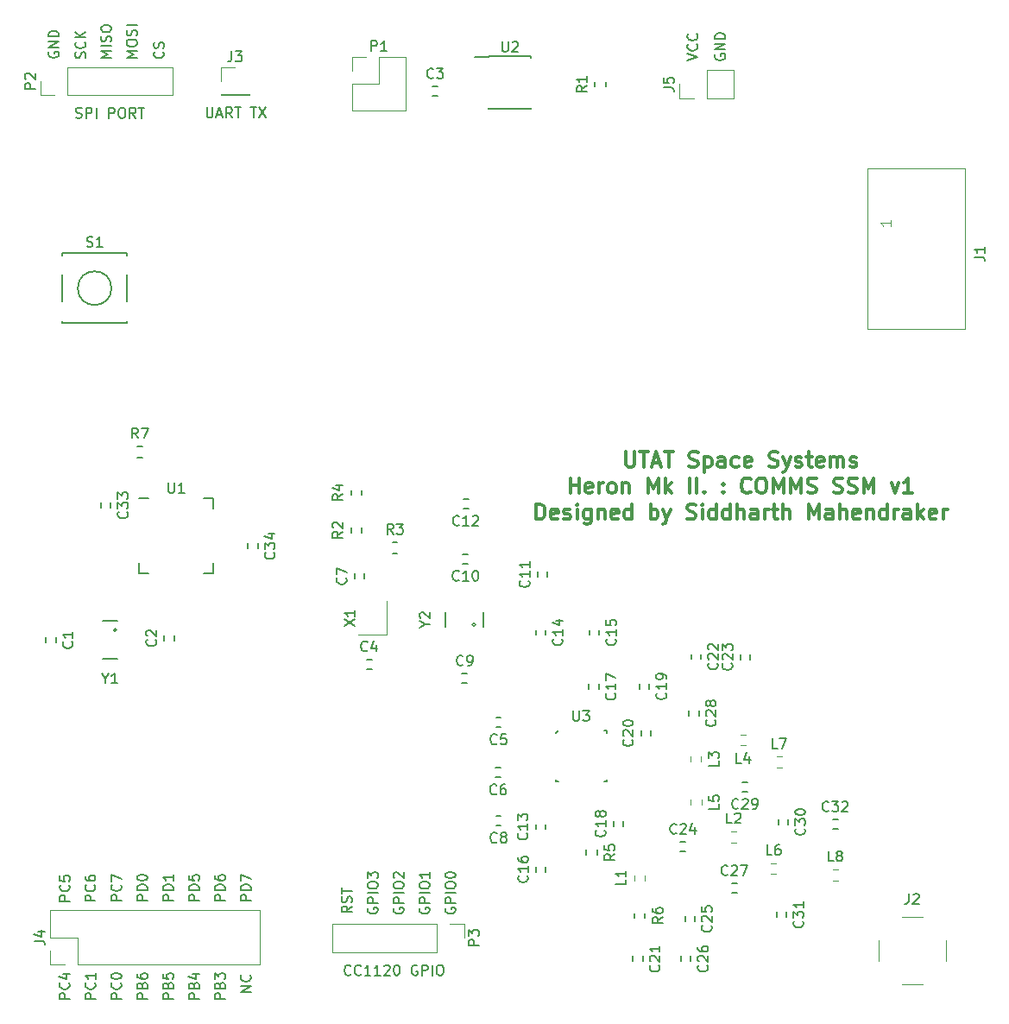
<source format=gto>
G04 #@! TF.FileFunction,Legend,Top*
%FSLAX46Y46*%
G04 Gerber Fmt 4.6, Leading zero omitted, Abs format (unit mm)*
G04 Created by KiCad (PCBNEW 4.0.6) date Monday, 03 July 2017 'AMt' 09:42:41*
%MOMM*%
%LPD*%
G01*
G04 APERTURE LIST*
%ADD10C,0.100000*%
%ADD11C,0.150000*%
%ADD12C,0.300000*%
%ADD13C,0.120000*%
G04 APERTURE END LIST*
D10*
D11*
X173756000Y-133428190D02*
X173708381Y-133523428D01*
X173708381Y-133666285D01*
X173756000Y-133809143D01*
X173851238Y-133904381D01*
X173946476Y-133952000D01*
X174136952Y-133999619D01*
X174279810Y-133999619D01*
X174470286Y-133952000D01*
X174565524Y-133904381D01*
X174660762Y-133809143D01*
X174708381Y-133666285D01*
X174708381Y-133571047D01*
X174660762Y-133428190D01*
X174613143Y-133380571D01*
X174279810Y-133380571D01*
X174279810Y-133571047D01*
X174708381Y-132952000D02*
X173708381Y-132952000D01*
X173708381Y-132571047D01*
X173756000Y-132475809D01*
X173803619Y-132428190D01*
X173898857Y-132380571D01*
X174041714Y-132380571D01*
X174136952Y-132428190D01*
X174184571Y-132475809D01*
X174232190Y-132571047D01*
X174232190Y-132952000D01*
X174708381Y-131952000D02*
X173708381Y-131952000D01*
X173708381Y-131285334D02*
X173708381Y-131094857D01*
X173756000Y-130999619D01*
X173851238Y-130904381D01*
X174041714Y-130856762D01*
X174375048Y-130856762D01*
X174565524Y-130904381D01*
X174660762Y-130999619D01*
X174708381Y-131094857D01*
X174708381Y-131285334D01*
X174660762Y-131380572D01*
X174565524Y-131475810D01*
X174375048Y-131523429D01*
X174041714Y-131523429D01*
X173851238Y-131475810D01*
X173756000Y-131380572D01*
X173708381Y-131285334D01*
X173708381Y-130237715D02*
X173708381Y-130142476D01*
X173756000Y-130047238D01*
X173803619Y-129999619D01*
X173898857Y-129952000D01*
X174089333Y-129904381D01*
X174327429Y-129904381D01*
X174517905Y-129952000D01*
X174613143Y-129999619D01*
X174660762Y-130047238D01*
X174708381Y-130142476D01*
X174708381Y-130237715D01*
X174660762Y-130332953D01*
X174613143Y-130380572D01*
X174517905Y-130428191D01*
X174327429Y-130475810D01*
X174089333Y-130475810D01*
X173898857Y-130428191D01*
X173803619Y-130380572D01*
X173756000Y-130332953D01*
X173708381Y-130237715D01*
X171216000Y-133428190D02*
X171168381Y-133523428D01*
X171168381Y-133666285D01*
X171216000Y-133809143D01*
X171311238Y-133904381D01*
X171406476Y-133952000D01*
X171596952Y-133999619D01*
X171739810Y-133999619D01*
X171930286Y-133952000D01*
X172025524Y-133904381D01*
X172120762Y-133809143D01*
X172168381Y-133666285D01*
X172168381Y-133571047D01*
X172120762Y-133428190D01*
X172073143Y-133380571D01*
X171739810Y-133380571D01*
X171739810Y-133571047D01*
X172168381Y-132952000D02*
X171168381Y-132952000D01*
X171168381Y-132571047D01*
X171216000Y-132475809D01*
X171263619Y-132428190D01*
X171358857Y-132380571D01*
X171501714Y-132380571D01*
X171596952Y-132428190D01*
X171644571Y-132475809D01*
X171692190Y-132571047D01*
X171692190Y-132952000D01*
X172168381Y-131952000D02*
X171168381Y-131952000D01*
X171168381Y-131285334D02*
X171168381Y-131094857D01*
X171216000Y-130999619D01*
X171311238Y-130904381D01*
X171501714Y-130856762D01*
X171835048Y-130856762D01*
X172025524Y-130904381D01*
X172120762Y-130999619D01*
X172168381Y-131094857D01*
X172168381Y-131285334D01*
X172120762Y-131380572D01*
X172025524Y-131475810D01*
X171835048Y-131523429D01*
X171501714Y-131523429D01*
X171311238Y-131475810D01*
X171216000Y-131380572D01*
X171168381Y-131285334D01*
X172168381Y-129904381D02*
X172168381Y-130475810D01*
X172168381Y-130190096D02*
X171168381Y-130190096D01*
X171311238Y-130285334D01*
X171406476Y-130380572D01*
X171454095Y-130475810D01*
X168676000Y-133428190D02*
X168628381Y-133523428D01*
X168628381Y-133666285D01*
X168676000Y-133809143D01*
X168771238Y-133904381D01*
X168866476Y-133952000D01*
X169056952Y-133999619D01*
X169199810Y-133999619D01*
X169390286Y-133952000D01*
X169485524Y-133904381D01*
X169580762Y-133809143D01*
X169628381Y-133666285D01*
X169628381Y-133571047D01*
X169580762Y-133428190D01*
X169533143Y-133380571D01*
X169199810Y-133380571D01*
X169199810Y-133571047D01*
X169628381Y-132952000D02*
X168628381Y-132952000D01*
X168628381Y-132571047D01*
X168676000Y-132475809D01*
X168723619Y-132428190D01*
X168818857Y-132380571D01*
X168961714Y-132380571D01*
X169056952Y-132428190D01*
X169104571Y-132475809D01*
X169152190Y-132571047D01*
X169152190Y-132952000D01*
X169628381Y-131952000D02*
X168628381Y-131952000D01*
X168628381Y-131285334D02*
X168628381Y-131094857D01*
X168676000Y-130999619D01*
X168771238Y-130904381D01*
X168961714Y-130856762D01*
X169295048Y-130856762D01*
X169485524Y-130904381D01*
X169580762Y-130999619D01*
X169628381Y-131094857D01*
X169628381Y-131285334D01*
X169580762Y-131380572D01*
X169485524Y-131475810D01*
X169295048Y-131523429D01*
X168961714Y-131523429D01*
X168771238Y-131475810D01*
X168676000Y-131380572D01*
X168628381Y-131285334D01*
X168723619Y-130475810D02*
X168676000Y-130428191D01*
X168628381Y-130332953D01*
X168628381Y-130094857D01*
X168676000Y-129999619D01*
X168723619Y-129952000D01*
X168818857Y-129904381D01*
X168914095Y-129904381D01*
X169056952Y-129952000D01*
X169628381Y-130523429D01*
X169628381Y-129904381D01*
X166136000Y-133428190D02*
X166088381Y-133523428D01*
X166088381Y-133666285D01*
X166136000Y-133809143D01*
X166231238Y-133904381D01*
X166326476Y-133952000D01*
X166516952Y-133999619D01*
X166659810Y-133999619D01*
X166850286Y-133952000D01*
X166945524Y-133904381D01*
X167040762Y-133809143D01*
X167088381Y-133666285D01*
X167088381Y-133571047D01*
X167040762Y-133428190D01*
X166993143Y-133380571D01*
X166659810Y-133380571D01*
X166659810Y-133571047D01*
X167088381Y-132952000D02*
X166088381Y-132952000D01*
X166088381Y-132571047D01*
X166136000Y-132475809D01*
X166183619Y-132428190D01*
X166278857Y-132380571D01*
X166421714Y-132380571D01*
X166516952Y-132428190D01*
X166564571Y-132475809D01*
X166612190Y-132571047D01*
X166612190Y-132952000D01*
X167088381Y-131952000D02*
X166088381Y-131952000D01*
X166088381Y-131285334D02*
X166088381Y-131094857D01*
X166136000Y-130999619D01*
X166231238Y-130904381D01*
X166421714Y-130856762D01*
X166755048Y-130856762D01*
X166945524Y-130904381D01*
X167040762Y-130999619D01*
X167088381Y-131094857D01*
X167088381Y-131285334D01*
X167040762Y-131380572D01*
X166945524Y-131475810D01*
X166755048Y-131523429D01*
X166421714Y-131523429D01*
X166231238Y-131475810D01*
X166136000Y-131380572D01*
X166088381Y-131285334D01*
X166088381Y-130523429D02*
X166088381Y-129904381D01*
X166469333Y-130237715D01*
X166469333Y-130094857D01*
X166516952Y-129999619D01*
X166564571Y-129952000D01*
X166659810Y-129904381D01*
X166897905Y-129904381D01*
X166993143Y-129952000D01*
X167040762Y-129999619D01*
X167088381Y-130094857D01*
X167088381Y-130380572D01*
X167040762Y-130475810D01*
X166993143Y-130523429D01*
X164548381Y-133261619D02*
X164072190Y-133594953D01*
X164548381Y-133833048D02*
X163548381Y-133833048D01*
X163548381Y-133452095D01*
X163596000Y-133356857D01*
X163643619Y-133309238D01*
X163738857Y-133261619D01*
X163881714Y-133261619D01*
X163976952Y-133309238D01*
X164024571Y-133356857D01*
X164072190Y-133452095D01*
X164072190Y-133833048D01*
X164500762Y-132880667D02*
X164548381Y-132737810D01*
X164548381Y-132499714D01*
X164500762Y-132404476D01*
X164453143Y-132356857D01*
X164357905Y-132309238D01*
X164262667Y-132309238D01*
X164167429Y-132356857D01*
X164119810Y-132404476D01*
X164072190Y-132499714D01*
X164024571Y-132690191D01*
X163976952Y-132785429D01*
X163929333Y-132833048D01*
X163834095Y-132880667D01*
X163738857Y-132880667D01*
X163643619Y-132833048D01*
X163596000Y-132785429D01*
X163548381Y-132690191D01*
X163548381Y-132452095D01*
X163596000Y-132309238D01*
X163548381Y-132023524D02*
X163548381Y-131452095D01*
X164548381Y-131737810D02*
X163548381Y-131737810D01*
X164429905Y-139929143D02*
X164382286Y-139976762D01*
X164239429Y-140024381D01*
X164144191Y-140024381D01*
X164001333Y-139976762D01*
X163906095Y-139881524D01*
X163858476Y-139786286D01*
X163810857Y-139595810D01*
X163810857Y-139452952D01*
X163858476Y-139262476D01*
X163906095Y-139167238D01*
X164001333Y-139072000D01*
X164144191Y-139024381D01*
X164239429Y-139024381D01*
X164382286Y-139072000D01*
X164429905Y-139119619D01*
X165429905Y-139929143D02*
X165382286Y-139976762D01*
X165239429Y-140024381D01*
X165144191Y-140024381D01*
X165001333Y-139976762D01*
X164906095Y-139881524D01*
X164858476Y-139786286D01*
X164810857Y-139595810D01*
X164810857Y-139452952D01*
X164858476Y-139262476D01*
X164906095Y-139167238D01*
X165001333Y-139072000D01*
X165144191Y-139024381D01*
X165239429Y-139024381D01*
X165382286Y-139072000D01*
X165429905Y-139119619D01*
X166382286Y-140024381D02*
X165810857Y-140024381D01*
X166096571Y-140024381D02*
X166096571Y-139024381D01*
X166001333Y-139167238D01*
X165906095Y-139262476D01*
X165810857Y-139310095D01*
X167334667Y-140024381D02*
X166763238Y-140024381D01*
X167048952Y-140024381D02*
X167048952Y-139024381D01*
X166953714Y-139167238D01*
X166858476Y-139262476D01*
X166763238Y-139310095D01*
X167715619Y-139119619D02*
X167763238Y-139072000D01*
X167858476Y-139024381D01*
X168096572Y-139024381D01*
X168191810Y-139072000D01*
X168239429Y-139119619D01*
X168287048Y-139214857D01*
X168287048Y-139310095D01*
X168239429Y-139452952D01*
X167668000Y-140024381D01*
X168287048Y-140024381D01*
X168906095Y-139024381D02*
X169001334Y-139024381D01*
X169096572Y-139072000D01*
X169144191Y-139119619D01*
X169191810Y-139214857D01*
X169239429Y-139405333D01*
X169239429Y-139643429D01*
X169191810Y-139833905D01*
X169144191Y-139929143D01*
X169096572Y-139976762D01*
X169001334Y-140024381D01*
X168906095Y-140024381D01*
X168810857Y-139976762D01*
X168763238Y-139929143D01*
X168715619Y-139833905D01*
X168668000Y-139643429D01*
X168668000Y-139405333D01*
X168715619Y-139214857D01*
X168763238Y-139119619D01*
X168810857Y-139072000D01*
X168906095Y-139024381D01*
X170953715Y-139072000D02*
X170858477Y-139024381D01*
X170715620Y-139024381D01*
X170572762Y-139072000D01*
X170477524Y-139167238D01*
X170429905Y-139262476D01*
X170382286Y-139452952D01*
X170382286Y-139595810D01*
X170429905Y-139786286D01*
X170477524Y-139881524D01*
X170572762Y-139976762D01*
X170715620Y-140024381D01*
X170810858Y-140024381D01*
X170953715Y-139976762D01*
X171001334Y-139929143D01*
X171001334Y-139595810D01*
X170810858Y-139595810D01*
X171429905Y-140024381D02*
X171429905Y-139024381D01*
X171810858Y-139024381D01*
X171906096Y-139072000D01*
X171953715Y-139119619D01*
X172001334Y-139214857D01*
X172001334Y-139357714D01*
X171953715Y-139452952D01*
X171906096Y-139500571D01*
X171810858Y-139548190D01*
X171429905Y-139548190D01*
X172429905Y-140024381D02*
X172429905Y-139024381D01*
X173096571Y-139024381D02*
X173287048Y-139024381D01*
X173382286Y-139072000D01*
X173477524Y-139167238D01*
X173525143Y-139357714D01*
X173525143Y-139691048D01*
X173477524Y-139881524D01*
X173382286Y-139976762D01*
X173287048Y-140024381D01*
X173096571Y-140024381D01*
X173001333Y-139976762D01*
X172906095Y-139881524D01*
X172858476Y-139691048D01*
X172858476Y-139357714D01*
X172906095Y-139167238D01*
X173001333Y-139072000D01*
X173096571Y-139024381D01*
X136862381Y-142334095D02*
X135862381Y-142334095D01*
X135862381Y-141953142D01*
X135910000Y-141857904D01*
X135957619Y-141810285D01*
X136052857Y-141762666D01*
X136195714Y-141762666D01*
X136290952Y-141810285D01*
X136338571Y-141857904D01*
X136386190Y-141953142D01*
X136386190Y-142334095D01*
X136767143Y-140762666D02*
X136814762Y-140810285D01*
X136862381Y-140953142D01*
X136862381Y-141048380D01*
X136814762Y-141191238D01*
X136719524Y-141286476D01*
X136624286Y-141334095D01*
X136433810Y-141381714D01*
X136290952Y-141381714D01*
X136100476Y-141334095D01*
X136005238Y-141286476D01*
X135910000Y-141191238D01*
X135862381Y-141048380D01*
X135862381Y-140953142D01*
X135910000Y-140810285D01*
X135957619Y-140762666D01*
X136195714Y-139905523D02*
X136862381Y-139905523D01*
X135814762Y-140143619D02*
X136529048Y-140381714D01*
X136529048Y-139762666D01*
X139402381Y-142334095D02*
X138402381Y-142334095D01*
X138402381Y-141953142D01*
X138450000Y-141857904D01*
X138497619Y-141810285D01*
X138592857Y-141762666D01*
X138735714Y-141762666D01*
X138830952Y-141810285D01*
X138878571Y-141857904D01*
X138926190Y-141953142D01*
X138926190Y-142334095D01*
X139307143Y-140762666D02*
X139354762Y-140810285D01*
X139402381Y-140953142D01*
X139402381Y-141048380D01*
X139354762Y-141191238D01*
X139259524Y-141286476D01*
X139164286Y-141334095D01*
X138973810Y-141381714D01*
X138830952Y-141381714D01*
X138640476Y-141334095D01*
X138545238Y-141286476D01*
X138450000Y-141191238D01*
X138402381Y-141048380D01*
X138402381Y-140953142D01*
X138450000Y-140810285D01*
X138497619Y-140762666D01*
X139402381Y-139810285D02*
X139402381Y-140381714D01*
X139402381Y-140096000D02*
X138402381Y-140096000D01*
X138545238Y-140191238D01*
X138640476Y-140286476D01*
X138688095Y-140381714D01*
X141942381Y-142334095D02*
X140942381Y-142334095D01*
X140942381Y-141953142D01*
X140990000Y-141857904D01*
X141037619Y-141810285D01*
X141132857Y-141762666D01*
X141275714Y-141762666D01*
X141370952Y-141810285D01*
X141418571Y-141857904D01*
X141466190Y-141953142D01*
X141466190Y-142334095D01*
X141847143Y-140762666D02*
X141894762Y-140810285D01*
X141942381Y-140953142D01*
X141942381Y-141048380D01*
X141894762Y-141191238D01*
X141799524Y-141286476D01*
X141704286Y-141334095D01*
X141513810Y-141381714D01*
X141370952Y-141381714D01*
X141180476Y-141334095D01*
X141085238Y-141286476D01*
X140990000Y-141191238D01*
X140942381Y-141048380D01*
X140942381Y-140953142D01*
X140990000Y-140810285D01*
X141037619Y-140762666D01*
X140942381Y-140143619D02*
X140942381Y-140048380D01*
X140990000Y-139953142D01*
X141037619Y-139905523D01*
X141132857Y-139857904D01*
X141323333Y-139810285D01*
X141561429Y-139810285D01*
X141751905Y-139857904D01*
X141847143Y-139905523D01*
X141894762Y-139953142D01*
X141942381Y-140048380D01*
X141942381Y-140143619D01*
X141894762Y-140238857D01*
X141847143Y-140286476D01*
X141751905Y-140334095D01*
X141561429Y-140381714D01*
X141323333Y-140381714D01*
X141132857Y-140334095D01*
X141037619Y-140286476D01*
X140990000Y-140238857D01*
X140942381Y-140143619D01*
X144482381Y-142334095D02*
X143482381Y-142334095D01*
X143482381Y-141953142D01*
X143530000Y-141857904D01*
X143577619Y-141810285D01*
X143672857Y-141762666D01*
X143815714Y-141762666D01*
X143910952Y-141810285D01*
X143958571Y-141857904D01*
X144006190Y-141953142D01*
X144006190Y-142334095D01*
X143958571Y-141000761D02*
X144006190Y-140857904D01*
X144053810Y-140810285D01*
X144149048Y-140762666D01*
X144291905Y-140762666D01*
X144387143Y-140810285D01*
X144434762Y-140857904D01*
X144482381Y-140953142D01*
X144482381Y-141334095D01*
X143482381Y-141334095D01*
X143482381Y-141000761D01*
X143530000Y-140905523D01*
X143577619Y-140857904D01*
X143672857Y-140810285D01*
X143768095Y-140810285D01*
X143863333Y-140857904D01*
X143910952Y-140905523D01*
X143958571Y-141000761D01*
X143958571Y-141334095D01*
X143482381Y-139905523D02*
X143482381Y-140096000D01*
X143530000Y-140191238D01*
X143577619Y-140238857D01*
X143720476Y-140334095D01*
X143910952Y-140381714D01*
X144291905Y-140381714D01*
X144387143Y-140334095D01*
X144434762Y-140286476D01*
X144482381Y-140191238D01*
X144482381Y-140000761D01*
X144434762Y-139905523D01*
X144387143Y-139857904D01*
X144291905Y-139810285D01*
X144053810Y-139810285D01*
X143958571Y-139857904D01*
X143910952Y-139905523D01*
X143863333Y-140000761D01*
X143863333Y-140191238D01*
X143910952Y-140286476D01*
X143958571Y-140334095D01*
X144053810Y-140381714D01*
X147022381Y-142334095D02*
X146022381Y-142334095D01*
X146022381Y-141953142D01*
X146070000Y-141857904D01*
X146117619Y-141810285D01*
X146212857Y-141762666D01*
X146355714Y-141762666D01*
X146450952Y-141810285D01*
X146498571Y-141857904D01*
X146546190Y-141953142D01*
X146546190Y-142334095D01*
X146498571Y-141000761D02*
X146546190Y-140857904D01*
X146593810Y-140810285D01*
X146689048Y-140762666D01*
X146831905Y-140762666D01*
X146927143Y-140810285D01*
X146974762Y-140857904D01*
X147022381Y-140953142D01*
X147022381Y-141334095D01*
X146022381Y-141334095D01*
X146022381Y-141000761D01*
X146070000Y-140905523D01*
X146117619Y-140857904D01*
X146212857Y-140810285D01*
X146308095Y-140810285D01*
X146403333Y-140857904D01*
X146450952Y-140905523D01*
X146498571Y-141000761D01*
X146498571Y-141334095D01*
X146022381Y-139857904D02*
X146022381Y-140334095D01*
X146498571Y-140381714D01*
X146450952Y-140334095D01*
X146403333Y-140238857D01*
X146403333Y-140000761D01*
X146450952Y-139905523D01*
X146498571Y-139857904D01*
X146593810Y-139810285D01*
X146831905Y-139810285D01*
X146927143Y-139857904D01*
X146974762Y-139905523D01*
X147022381Y-140000761D01*
X147022381Y-140238857D01*
X146974762Y-140334095D01*
X146927143Y-140381714D01*
X149562381Y-142334095D02*
X148562381Y-142334095D01*
X148562381Y-141953142D01*
X148610000Y-141857904D01*
X148657619Y-141810285D01*
X148752857Y-141762666D01*
X148895714Y-141762666D01*
X148990952Y-141810285D01*
X149038571Y-141857904D01*
X149086190Y-141953142D01*
X149086190Y-142334095D01*
X149038571Y-141000761D02*
X149086190Y-140857904D01*
X149133810Y-140810285D01*
X149229048Y-140762666D01*
X149371905Y-140762666D01*
X149467143Y-140810285D01*
X149514762Y-140857904D01*
X149562381Y-140953142D01*
X149562381Y-141334095D01*
X148562381Y-141334095D01*
X148562381Y-141000761D01*
X148610000Y-140905523D01*
X148657619Y-140857904D01*
X148752857Y-140810285D01*
X148848095Y-140810285D01*
X148943333Y-140857904D01*
X148990952Y-140905523D01*
X149038571Y-141000761D01*
X149038571Y-141334095D01*
X148895714Y-139905523D02*
X149562381Y-139905523D01*
X148514762Y-140143619D02*
X149229048Y-140381714D01*
X149229048Y-139762666D01*
X152102381Y-142334095D02*
X151102381Y-142334095D01*
X151102381Y-141953142D01*
X151150000Y-141857904D01*
X151197619Y-141810285D01*
X151292857Y-141762666D01*
X151435714Y-141762666D01*
X151530952Y-141810285D01*
X151578571Y-141857904D01*
X151626190Y-141953142D01*
X151626190Y-142334095D01*
X151578571Y-141000761D02*
X151626190Y-140857904D01*
X151673810Y-140810285D01*
X151769048Y-140762666D01*
X151911905Y-140762666D01*
X152007143Y-140810285D01*
X152054762Y-140857904D01*
X152102381Y-140953142D01*
X152102381Y-141334095D01*
X151102381Y-141334095D01*
X151102381Y-141000761D01*
X151150000Y-140905523D01*
X151197619Y-140857904D01*
X151292857Y-140810285D01*
X151388095Y-140810285D01*
X151483333Y-140857904D01*
X151530952Y-140905523D01*
X151578571Y-141000761D01*
X151578571Y-141334095D01*
X151102381Y-140429333D02*
X151102381Y-139810285D01*
X151483333Y-140143619D01*
X151483333Y-140000761D01*
X151530952Y-139905523D01*
X151578571Y-139857904D01*
X151673810Y-139810285D01*
X151911905Y-139810285D01*
X152007143Y-139857904D01*
X152054762Y-139905523D01*
X152102381Y-140000761D01*
X152102381Y-140286476D01*
X152054762Y-140381714D01*
X152007143Y-140429333D01*
X154642381Y-141627714D02*
X153642381Y-141627714D01*
X154642381Y-141056285D01*
X153642381Y-141056285D01*
X154547143Y-140008666D02*
X154594762Y-140056285D01*
X154642381Y-140199142D01*
X154642381Y-140294380D01*
X154594762Y-140437238D01*
X154499524Y-140532476D01*
X154404286Y-140580095D01*
X154213810Y-140627714D01*
X154070952Y-140627714D01*
X153880476Y-140580095D01*
X153785238Y-140532476D01*
X153690000Y-140437238D01*
X153642381Y-140294380D01*
X153642381Y-140199142D01*
X153690000Y-140056285D01*
X153737619Y-140008666D01*
X154642381Y-132682095D02*
X153642381Y-132682095D01*
X153642381Y-132301142D01*
X153690000Y-132205904D01*
X153737619Y-132158285D01*
X153832857Y-132110666D01*
X153975714Y-132110666D01*
X154070952Y-132158285D01*
X154118571Y-132205904D01*
X154166190Y-132301142D01*
X154166190Y-132682095D01*
X154642381Y-131682095D02*
X153642381Y-131682095D01*
X153642381Y-131444000D01*
X153690000Y-131301142D01*
X153785238Y-131205904D01*
X153880476Y-131158285D01*
X154070952Y-131110666D01*
X154213810Y-131110666D01*
X154404286Y-131158285D01*
X154499524Y-131205904D01*
X154594762Y-131301142D01*
X154642381Y-131444000D01*
X154642381Y-131682095D01*
X153642381Y-130777333D02*
X153642381Y-130110666D01*
X154642381Y-130539238D01*
X152102381Y-132682095D02*
X151102381Y-132682095D01*
X151102381Y-132301142D01*
X151150000Y-132205904D01*
X151197619Y-132158285D01*
X151292857Y-132110666D01*
X151435714Y-132110666D01*
X151530952Y-132158285D01*
X151578571Y-132205904D01*
X151626190Y-132301142D01*
X151626190Y-132682095D01*
X152102381Y-131682095D02*
X151102381Y-131682095D01*
X151102381Y-131444000D01*
X151150000Y-131301142D01*
X151245238Y-131205904D01*
X151340476Y-131158285D01*
X151530952Y-131110666D01*
X151673810Y-131110666D01*
X151864286Y-131158285D01*
X151959524Y-131205904D01*
X152054762Y-131301142D01*
X152102381Y-131444000D01*
X152102381Y-131682095D01*
X151102381Y-130253523D02*
X151102381Y-130444000D01*
X151150000Y-130539238D01*
X151197619Y-130586857D01*
X151340476Y-130682095D01*
X151530952Y-130729714D01*
X151911905Y-130729714D01*
X152007143Y-130682095D01*
X152054762Y-130634476D01*
X152102381Y-130539238D01*
X152102381Y-130348761D01*
X152054762Y-130253523D01*
X152007143Y-130205904D01*
X151911905Y-130158285D01*
X151673810Y-130158285D01*
X151578571Y-130205904D01*
X151530952Y-130253523D01*
X151483333Y-130348761D01*
X151483333Y-130539238D01*
X151530952Y-130634476D01*
X151578571Y-130682095D01*
X151673810Y-130729714D01*
X149562381Y-132682095D02*
X148562381Y-132682095D01*
X148562381Y-132301142D01*
X148610000Y-132205904D01*
X148657619Y-132158285D01*
X148752857Y-132110666D01*
X148895714Y-132110666D01*
X148990952Y-132158285D01*
X149038571Y-132205904D01*
X149086190Y-132301142D01*
X149086190Y-132682095D01*
X149562381Y-131682095D02*
X148562381Y-131682095D01*
X148562381Y-131444000D01*
X148610000Y-131301142D01*
X148705238Y-131205904D01*
X148800476Y-131158285D01*
X148990952Y-131110666D01*
X149133810Y-131110666D01*
X149324286Y-131158285D01*
X149419524Y-131205904D01*
X149514762Y-131301142D01*
X149562381Y-131444000D01*
X149562381Y-131682095D01*
X148562381Y-130205904D02*
X148562381Y-130682095D01*
X149038571Y-130729714D01*
X148990952Y-130682095D01*
X148943333Y-130586857D01*
X148943333Y-130348761D01*
X148990952Y-130253523D01*
X149038571Y-130205904D01*
X149133810Y-130158285D01*
X149371905Y-130158285D01*
X149467143Y-130205904D01*
X149514762Y-130253523D01*
X149562381Y-130348761D01*
X149562381Y-130586857D01*
X149514762Y-130682095D01*
X149467143Y-130729714D01*
X147022381Y-132682095D02*
X146022381Y-132682095D01*
X146022381Y-132301142D01*
X146070000Y-132205904D01*
X146117619Y-132158285D01*
X146212857Y-132110666D01*
X146355714Y-132110666D01*
X146450952Y-132158285D01*
X146498571Y-132205904D01*
X146546190Y-132301142D01*
X146546190Y-132682095D01*
X147022381Y-131682095D02*
X146022381Y-131682095D01*
X146022381Y-131444000D01*
X146070000Y-131301142D01*
X146165238Y-131205904D01*
X146260476Y-131158285D01*
X146450952Y-131110666D01*
X146593810Y-131110666D01*
X146784286Y-131158285D01*
X146879524Y-131205904D01*
X146974762Y-131301142D01*
X147022381Y-131444000D01*
X147022381Y-131682095D01*
X147022381Y-130158285D02*
X147022381Y-130729714D01*
X147022381Y-130444000D02*
X146022381Y-130444000D01*
X146165238Y-130539238D01*
X146260476Y-130634476D01*
X146308095Y-130729714D01*
X144482381Y-132682095D02*
X143482381Y-132682095D01*
X143482381Y-132301142D01*
X143530000Y-132205904D01*
X143577619Y-132158285D01*
X143672857Y-132110666D01*
X143815714Y-132110666D01*
X143910952Y-132158285D01*
X143958571Y-132205904D01*
X144006190Y-132301142D01*
X144006190Y-132682095D01*
X144482381Y-131682095D02*
X143482381Y-131682095D01*
X143482381Y-131444000D01*
X143530000Y-131301142D01*
X143625238Y-131205904D01*
X143720476Y-131158285D01*
X143910952Y-131110666D01*
X144053810Y-131110666D01*
X144244286Y-131158285D01*
X144339524Y-131205904D01*
X144434762Y-131301142D01*
X144482381Y-131444000D01*
X144482381Y-131682095D01*
X143482381Y-130491619D02*
X143482381Y-130396380D01*
X143530000Y-130301142D01*
X143577619Y-130253523D01*
X143672857Y-130205904D01*
X143863333Y-130158285D01*
X144101429Y-130158285D01*
X144291905Y-130205904D01*
X144387143Y-130253523D01*
X144434762Y-130301142D01*
X144482381Y-130396380D01*
X144482381Y-130491619D01*
X144434762Y-130586857D01*
X144387143Y-130634476D01*
X144291905Y-130682095D01*
X144101429Y-130729714D01*
X143863333Y-130729714D01*
X143672857Y-130682095D01*
X143577619Y-130634476D01*
X143530000Y-130586857D01*
X143482381Y-130491619D01*
X141942381Y-132698095D02*
X140942381Y-132698095D01*
X140942381Y-132317142D01*
X140990000Y-132221904D01*
X141037619Y-132174285D01*
X141132857Y-132126666D01*
X141275714Y-132126666D01*
X141370952Y-132174285D01*
X141418571Y-132221904D01*
X141466190Y-132317142D01*
X141466190Y-132698095D01*
X141847143Y-131126666D02*
X141894762Y-131174285D01*
X141942381Y-131317142D01*
X141942381Y-131412380D01*
X141894762Y-131555238D01*
X141799524Y-131650476D01*
X141704286Y-131698095D01*
X141513810Y-131745714D01*
X141370952Y-131745714D01*
X141180476Y-131698095D01*
X141085238Y-131650476D01*
X140990000Y-131555238D01*
X140942381Y-131412380D01*
X140942381Y-131317142D01*
X140990000Y-131174285D01*
X141037619Y-131126666D01*
X140942381Y-130793333D02*
X140942381Y-130126666D01*
X141942381Y-130555238D01*
X139372381Y-132728095D02*
X138372381Y-132728095D01*
X138372381Y-132347142D01*
X138420000Y-132251904D01*
X138467619Y-132204285D01*
X138562857Y-132156666D01*
X138705714Y-132156666D01*
X138800952Y-132204285D01*
X138848571Y-132251904D01*
X138896190Y-132347142D01*
X138896190Y-132728095D01*
X139277143Y-131156666D02*
X139324762Y-131204285D01*
X139372381Y-131347142D01*
X139372381Y-131442380D01*
X139324762Y-131585238D01*
X139229524Y-131680476D01*
X139134286Y-131728095D01*
X138943810Y-131775714D01*
X138800952Y-131775714D01*
X138610476Y-131728095D01*
X138515238Y-131680476D01*
X138420000Y-131585238D01*
X138372381Y-131442380D01*
X138372381Y-131347142D01*
X138420000Y-131204285D01*
X138467619Y-131156666D01*
X138372381Y-130299523D02*
X138372381Y-130490000D01*
X138420000Y-130585238D01*
X138467619Y-130632857D01*
X138610476Y-130728095D01*
X138800952Y-130775714D01*
X139181905Y-130775714D01*
X139277143Y-130728095D01*
X139324762Y-130680476D01*
X139372381Y-130585238D01*
X139372381Y-130394761D01*
X139324762Y-130299523D01*
X139277143Y-130251904D01*
X139181905Y-130204285D01*
X138943810Y-130204285D01*
X138848571Y-130251904D01*
X138800952Y-130299523D01*
X138753333Y-130394761D01*
X138753333Y-130585238D01*
X138800952Y-130680476D01*
X138848571Y-130728095D01*
X138943810Y-130775714D01*
X136882381Y-132748095D02*
X135882381Y-132748095D01*
X135882381Y-132367142D01*
X135930000Y-132271904D01*
X135977619Y-132224285D01*
X136072857Y-132176666D01*
X136215714Y-132176666D01*
X136310952Y-132224285D01*
X136358571Y-132271904D01*
X136406190Y-132367142D01*
X136406190Y-132748095D01*
X136787143Y-131176666D02*
X136834762Y-131224285D01*
X136882381Y-131367142D01*
X136882381Y-131462380D01*
X136834762Y-131605238D01*
X136739524Y-131700476D01*
X136644286Y-131748095D01*
X136453810Y-131795714D01*
X136310952Y-131795714D01*
X136120476Y-131748095D01*
X136025238Y-131700476D01*
X135930000Y-131605238D01*
X135882381Y-131462380D01*
X135882381Y-131367142D01*
X135930000Y-131224285D01*
X135977619Y-131176666D01*
X135882381Y-130271904D02*
X135882381Y-130748095D01*
X136358571Y-130795714D01*
X136310952Y-130748095D01*
X136263333Y-130652857D01*
X136263333Y-130414761D01*
X136310952Y-130319523D01*
X136358571Y-130271904D01*
X136453810Y-130224285D01*
X136691905Y-130224285D01*
X136787143Y-130271904D01*
X136834762Y-130319523D01*
X136882381Y-130414761D01*
X136882381Y-130652857D01*
X136834762Y-130748095D01*
X136787143Y-130795714D01*
X200210000Y-49721904D02*
X200162381Y-49817142D01*
X200162381Y-49959999D01*
X200210000Y-50102857D01*
X200305238Y-50198095D01*
X200400476Y-50245714D01*
X200590952Y-50293333D01*
X200733810Y-50293333D01*
X200924286Y-50245714D01*
X201019524Y-50198095D01*
X201114762Y-50102857D01*
X201162381Y-49959999D01*
X201162381Y-49864761D01*
X201114762Y-49721904D01*
X201067143Y-49674285D01*
X200733810Y-49674285D01*
X200733810Y-49864761D01*
X201162381Y-49245714D02*
X200162381Y-49245714D01*
X201162381Y-48674285D01*
X200162381Y-48674285D01*
X201162381Y-48198095D02*
X200162381Y-48198095D01*
X200162381Y-47960000D01*
X200210000Y-47817142D01*
X200305238Y-47721904D01*
X200400476Y-47674285D01*
X200590952Y-47626666D01*
X200733810Y-47626666D01*
X200924286Y-47674285D01*
X201019524Y-47721904D01*
X201114762Y-47817142D01*
X201162381Y-47960000D01*
X201162381Y-48198095D01*
X197462381Y-50293333D02*
X198462381Y-49960000D01*
X197462381Y-49626666D01*
X198367143Y-48721904D02*
X198414762Y-48769523D01*
X198462381Y-48912380D01*
X198462381Y-49007618D01*
X198414762Y-49150476D01*
X198319524Y-49245714D01*
X198224286Y-49293333D01*
X198033810Y-49340952D01*
X197890952Y-49340952D01*
X197700476Y-49293333D01*
X197605238Y-49245714D01*
X197510000Y-49150476D01*
X197462381Y-49007618D01*
X197462381Y-48912380D01*
X197510000Y-48769523D01*
X197557619Y-48721904D01*
X198367143Y-47721904D02*
X198414762Y-47769523D01*
X198462381Y-47912380D01*
X198462381Y-48007618D01*
X198414762Y-48150476D01*
X198319524Y-48245714D01*
X198224286Y-48293333D01*
X198033810Y-48340952D01*
X197890952Y-48340952D01*
X197700476Y-48293333D01*
X197605238Y-48245714D01*
X197510000Y-48150476D01*
X197462381Y-48007618D01*
X197462381Y-47912380D01*
X197510000Y-47769523D01*
X197557619Y-47721904D01*
X150326666Y-54922381D02*
X150326666Y-55731905D01*
X150374285Y-55827143D01*
X150421904Y-55874762D01*
X150517142Y-55922381D01*
X150707619Y-55922381D01*
X150802857Y-55874762D01*
X150850476Y-55827143D01*
X150898095Y-55731905D01*
X150898095Y-54922381D01*
X151326666Y-55636667D02*
X151802857Y-55636667D01*
X151231428Y-55922381D02*
X151564761Y-54922381D01*
X151898095Y-55922381D01*
X152802857Y-55922381D02*
X152469523Y-55446190D01*
X152231428Y-55922381D02*
X152231428Y-54922381D01*
X152612381Y-54922381D01*
X152707619Y-54970000D01*
X152755238Y-55017619D01*
X152802857Y-55112857D01*
X152802857Y-55255714D01*
X152755238Y-55350952D01*
X152707619Y-55398571D01*
X152612381Y-55446190D01*
X152231428Y-55446190D01*
X153088571Y-54922381D02*
X153660000Y-54922381D01*
X153374285Y-55922381D02*
X153374285Y-54922381D01*
X154612381Y-54922381D02*
X155183810Y-54922381D01*
X154898095Y-55922381D02*
X154898095Y-54922381D01*
X155421905Y-54922381D02*
X156088572Y-55922381D01*
X156088572Y-54922381D02*
X155421905Y-55922381D01*
X137470476Y-55914762D02*
X137613333Y-55962381D01*
X137851429Y-55962381D01*
X137946667Y-55914762D01*
X137994286Y-55867143D01*
X138041905Y-55771905D01*
X138041905Y-55676667D01*
X137994286Y-55581429D01*
X137946667Y-55533810D01*
X137851429Y-55486190D01*
X137660952Y-55438571D01*
X137565714Y-55390952D01*
X137518095Y-55343333D01*
X137470476Y-55248095D01*
X137470476Y-55152857D01*
X137518095Y-55057619D01*
X137565714Y-55010000D01*
X137660952Y-54962381D01*
X137899048Y-54962381D01*
X138041905Y-55010000D01*
X138470476Y-55962381D02*
X138470476Y-54962381D01*
X138851429Y-54962381D01*
X138946667Y-55010000D01*
X138994286Y-55057619D01*
X139041905Y-55152857D01*
X139041905Y-55295714D01*
X138994286Y-55390952D01*
X138946667Y-55438571D01*
X138851429Y-55486190D01*
X138470476Y-55486190D01*
X139470476Y-55962381D02*
X139470476Y-54962381D01*
X140708571Y-55962381D02*
X140708571Y-54962381D01*
X141089524Y-54962381D01*
X141184762Y-55010000D01*
X141232381Y-55057619D01*
X141280000Y-55152857D01*
X141280000Y-55295714D01*
X141232381Y-55390952D01*
X141184762Y-55438571D01*
X141089524Y-55486190D01*
X140708571Y-55486190D01*
X141899047Y-54962381D02*
X142089524Y-54962381D01*
X142184762Y-55010000D01*
X142280000Y-55105238D01*
X142327619Y-55295714D01*
X142327619Y-55629048D01*
X142280000Y-55819524D01*
X142184762Y-55914762D01*
X142089524Y-55962381D01*
X141899047Y-55962381D01*
X141803809Y-55914762D01*
X141708571Y-55819524D01*
X141660952Y-55629048D01*
X141660952Y-55295714D01*
X141708571Y-55105238D01*
X141803809Y-55010000D01*
X141899047Y-54962381D01*
X143327619Y-55962381D02*
X142994285Y-55486190D01*
X142756190Y-55962381D02*
X142756190Y-54962381D01*
X143137143Y-54962381D01*
X143232381Y-55010000D01*
X143280000Y-55057619D01*
X143327619Y-55152857D01*
X143327619Y-55295714D01*
X143280000Y-55390952D01*
X143232381Y-55438571D01*
X143137143Y-55486190D01*
X142756190Y-55486190D01*
X143613333Y-54962381D02*
X144184762Y-54962381D01*
X143899047Y-55962381D02*
X143899047Y-54962381D01*
X140932381Y-50051428D02*
X139932381Y-50051428D01*
X140646667Y-49718094D01*
X139932381Y-49384761D01*
X140932381Y-49384761D01*
X140932381Y-48908571D02*
X139932381Y-48908571D01*
X140884762Y-48480000D02*
X140932381Y-48337143D01*
X140932381Y-48099047D01*
X140884762Y-48003809D01*
X140837143Y-47956190D01*
X140741905Y-47908571D01*
X140646667Y-47908571D01*
X140551429Y-47956190D01*
X140503810Y-48003809D01*
X140456190Y-48099047D01*
X140408571Y-48289524D01*
X140360952Y-48384762D01*
X140313333Y-48432381D01*
X140218095Y-48480000D01*
X140122857Y-48480000D01*
X140027619Y-48432381D01*
X139980000Y-48384762D01*
X139932381Y-48289524D01*
X139932381Y-48051428D01*
X139980000Y-47908571D01*
X139932381Y-47289524D02*
X139932381Y-47099047D01*
X139980000Y-47003809D01*
X140075238Y-46908571D01*
X140265714Y-46860952D01*
X140599048Y-46860952D01*
X140789524Y-46908571D01*
X140884762Y-47003809D01*
X140932381Y-47099047D01*
X140932381Y-47289524D01*
X140884762Y-47384762D01*
X140789524Y-47480000D01*
X140599048Y-47527619D01*
X140265714Y-47527619D01*
X140075238Y-47480000D01*
X139980000Y-47384762D01*
X139932381Y-47289524D01*
X146007143Y-49476666D02*
X146054762Y-49524285D01*
X146102381Y-49667142D01*
X146102381Y-49762380D01*
X146054762Y-49905238D01*
X145959524Y-50000476D01*
X145864286Y-50048095D01*
X145673810Y-50095714D01*
X145530952Y-50095714D01*
X145340476Y-50048095D01*
X145245238Y-50000476D01*
X145150000Y-49905238D01*
X145102381Y-49762380D01*
X145102381Y-49667142D01*
X145150000Y-49524285D01*
X145197619Y-49476666D01*
X146054762Y-49095714D02*
X146102381Y-48952857D01*
X146102381Y-48714761D01*
X146054762Y-48619523D01*
X146007143Y-48571904D01*
X145911905Y-48524285D01*
X145816667Y-48524285D01*
X145721429Y-48571904D01*
X145673810Y-48619523D01*
X145626190Y-48714761D01*
X145578571Y-48905238D01*
X145530952Y-49000476D01*
X145483333Y-49048095D01*
X145388095Y-49095714D01*
X145292857Y-49095714D01*
X145197619Y-49048095D01*
X145150000Y-49000476D01*
X145102381Y-48905238D01*
X145102381Y-48667142D01*
X145150000Y-48524285D01*
X143452381Y-50021428D02*
X142452381Y-50021428D01*
X143166667Y-49688094D01*
X142452381Y-49354761D01*
X143452381Y-49354761D01*
X142452381Y-48688095D02*
X142452381Y-48497618D01*
X142500000Y-48402380D01*
X142595238Y-48307142D01*
X142785714Y-48259523D01*
X143119048Y-48259523D01*
X143309524Y-48307142D01*
X143404762Y-48402380D01*
X143452381Y-48497618D01*
X143452381Y-48688095D01*
X143404762Y-48783333D01*
X143309524Y-48878571D01*
X143119048Y-48926190D01*
X142785714Y-48926190D01*
X142595238Y-48878571D01*
X142500000Y-48783333D01*
X142452381Y-48688095D01*
X143404762Y-47878571D02*
X143452381Y-47735714D01*
X143452381Y-47497618D01*
X143404762Y-47402380D01*
X143357143Y-47354761D01*
X143261905Y-47307142D01*
X143166667Y-47307142D01*
X143071429Y-47354761D01*
X143023810Y-47402380D01*
X142976190Y-47497618D01*
X142928571Y-47688095D01*
X142880952Y-47783333D01*
X142833333Y-47830952D01*
X142738095Y-47878571D01*
X142642857Y-47878571D01*
X142547619Y-47830952D01*
X142500000Y-47783333D01*
X142452381Y-47688095D01*
X142452381Y-47449999D01*
X142500000Y-47307142D01*
X143452381Y-46878571D02*
X142452381Y-46878571D01*
X138374762Y-50065714D02*
X138422381Y-49922857D01*
X138422381Y-49684761D01*
X138374762Y-49589523D01*
X138327143Y-49541904D01*
X138231905Y-49494285D01*
X138136667Y-49494285D01*
X138041429Y-49541904D01*
X137993810Y-49589523D01*
X137946190Y-49684761D01*
X137898571Y-49875238D01*
X137850952Y-49970476D01*
X137803333Y-50018095D01*
X137708095Y-50065714D01*
X137612857Y-50065714D01*
X137517619Y-50018095D01*
X137470000Y-49970476D01*
X137422381Y-49875238D01*
X137422381Y-49637142D01*
X137470000Y-49494285D01*
X138327143Y-48494285D02*
X138374762Y-48541904D01*
X138422381Y-48684761D01*
X138422381Y-48779999D01*
X138374762Y-48922857D01*
X138279524Y-49018095D01*
X138184286Y-49065714D01*
X137993810Y-49113333D01*
X137850952Y-49113333D01*
X137660476Y-49065714D01*
X137565238Y-49018095D01*
X137470000Y-48922857D01*
X137422381Y-48779999D01*
X137422381Y-48684761D01*
X137470000Y-48541904D01*
X137517619Y-48494285D01*
X138422381Y-48065714D02*
X137422381Y-48065714D01*
X138422381Y-47494285D02*
X137850952Y-47922857D01*
X137422381Y-47494285D02*
X137993810Y-48065714D01*
X134840000Y-49491904D02*
X134792381Y-49587142D01*
X134792381Y-49729999D01*
X134840000Y-49872857D01*
X134935238Y-49968095D01*
X135030476Y-50015714D01*
X135220952Y-50063333D01*
X135363810Y-50063333D01*
X135554286Y-50015714D01*
X135649524Y-49968095D01*
X135744762Y-49872857D01*
X135792381Y-49729999D01*
X135792381Y-49634761D01*
X135744762Y-49491904D01*
X135697143Y-49444285D01*
X135363810Y-49444285D01*
X135363810Y-49634761D01*
X135792381Y-49015714D02*
X134792381Y-49015714D01*
X135792381Y-48444285D01*
X134792381Y-48444285D01*
X135792381Y-47968095D02*
X134792381Y-47968095D01*
X134792381Y-47730000D01*
X134840000Y-47587142D01*
X134935238Y-47491904D01*
X135030476Y-47444285D01*
X135220952Y-47396666D01*
X135363810Y-47396666D01*
X135554286Y-47444285D01*
X135649524Y-47491904D01*
X135744762Y-47587142D01*
X135792381Y-47730000D01*
X135792381Y-47968095D01*
D12*
X191418287Y-88702571D02*
X191418287Y-89916857D01*
X191489715Y-90059714D01*
X191561144Y-90131143D01*
X191704001Y-90202571D01*
X191989715Y-90202571D01*
X192132573Y-90131143D01*
X192204001Y-90059714D01*
X192275430Y-89916857D01*
X192275430Y-88702571D01*
X192775430Y-88702571D02*
X193632573Y-88702571D01*
X193204002Y-90202571D02*
X193204002Y-88702571D01*
X194061144Y-89774000D02*
X194775430Y-89774000D01*
X193918287Y-90202571D02*
X194418287Y-88702571D01*
X194918287Y-90202571D01*
X195204001Y-88702571D02*
X196061144Y-88702571D01*
X195632573Y-90202571D02*
X195632573Y-88702571D01*
X197632572Y-90131143D02*
X197846858Y-90202571D01*
X198204001Y-90202571D01*
X198346858Y-90131143D01*
X198418287Y-90059714D01*
X198489715Y-89916857D01*
X198489715Y-89774000D01*
X198418287Y-89631143D01*
X198346858Y-89559714D01*
X198204001Y-89488286D01*
X197918287Y-89416857D01*
X197775429Y-89345429D01*
X197704001Y-89274000D01*
X197632572Y-89131143D01*
X197632572Y-88988286D01*
X197704001Y-88845429D01*
X197775429Y-88774000D01*
X197918287Y-88702571D01*
X198275429Y-88702571D01*
X198489715Y-88774000D01*
X199132572Y-89202571D02*
X199132572Y-90702571D01*
X199132572Y-89274000D02*
X199275429Y-89202571D01*
X199561143Y-89202571D01*
X199704000Y-89274000D01*
X199775429Y-89345429D01*
X199846858Y-89488286D01*
X199846858Y-89916857D01*
X199775429Y-90059714D01*
X199704000Y-90131143D01*
X199561143Y-90202571D01*
X199275429Y-90202571D01*
X199132572Y-90131143D01*
X201132572Y-90202571D02*
X201132572Y-89416857D01*
X201061143Y-89274000D01*
X200918286Y-89202571D01*
X200632572Y-89202571D01*
X200489715Y-89274000D01*
X201132572Y-90131143D02*
X200989715Y-90202571D01*
X200632572Y-90202571D01*
X200489715Y-90131143D01*
X200418286Y-89988286D01*
X200418286Y-89845429D01*
X200489715Y-89702571D01*
X200632572Y-89631143D01*
X200989715Y-89631143D01*
X201132572Y-89559714D01*
X202489715Y-90131143D02*
X202346858Y-90202571D01*
X202061144Y-90202571D01*
X201918286Y-90131143D01*
X201846858Y-90059714D01*
X201775429Y-89916857D01*
X201775429Y-89488286D01*
X201846858Y-89345429D01*
X201918286Y-89274000D01*
X202061144Y-89202571D01*
X202346858Y-89202571D01*
X202489715Y-89274000D01*
X203704000Y-90131143D02*
X203561143Y-90202571D01*
X203275429Y-90202571D01*
X203132572Y-90131143D01*
X203061143Y-89988286D01*
X203061143Y-89416857D01*
X203132572Y-89274000D01*
X203275429Y-89202571D01*
X203561143Y-89202571D01*
X203704000Y-89274000D01*
X203775429Y-89416857D01*
X203775429Y-89559714D01*
X203061143Y-89702571D01*
X205489714Y-90131143D02*
X205704000Y-90202571D01*
X206061143Y-90202571D01*
X206204000Y-90131143D01*
X206275429Y-90059714D01*
X206346857Y-89916857D01*
X206346857Y-89774000D01*
X206275429Y-89631143D01*
X206204000Y-89559714D01*
X206061143Y-89488286D01*
X205775429Y-89416857D01*
X205632571Y-89345429D01*
X205561143Y-89274000D01*
X205489714Y-89131143D01*
X205489714Y-88988286D01*
X205561143Y-88845429D01*
X205632571Y-88774000D01*
X205775429Y-88702571D01*
X206132571Y-88702571D01*
X206346857Y-88774000D01*
X206846857Y-89202571D02*
X207204000Y-90202571D01*
X207561142Y-89202571D02*
X207204000Y-90202571D01*
X207061142Y-90559714D01*
X206989714Y-90631143D01*
X206846857Y-90702571D01*
X208061142Y-90131143D02*
X208203999Y-90202571D01*
X208489714Y-90202571D01*
X208632571Y-90131143D01*
X208703999Y-89988286D01*
X208703999Y-89916857D01*
X208632571Y-89774000D01*
X208489714Y-89702571D01*
X208275428Y-89702571D01*
X208132571Y-89631143D01*
X208061142Y-89488286D01*
X208061142Y-89416857D01*
X208132571Y-89274000D01*
X208275428Y-89202571D01*
X208489714Y-89202571D01*
X208632571Y-89274000D01*
X209132571Y-89202571D02*
X209704000Y-89202571D01*
X209346857Y-88702571D02*
X209346857Y-89988286D01*
X209418285Y-90131143D01*
X209561143Y-90202571D01*
X209704000Y-90202571D01*
X210775428Y-90131143D02*
X210632571Y-90202571D01*
X210346857Y-90202571D01*
X210204000Y-90131143D01*
X210132571Y-89988286D01*
X210132571Y-89416857D01*
X210204000Y-89274000D01*
X210346857Y-89202571D01*
X210632571Y-89202571D01*
X210775428Y-89274000D01*
X210846857Y-89416857D01*
X210846857Y-89559714D01*
X210132571Y-89702571D01*
X211489714Y-90202571D02*
X211489714Y-89202571D01*
X211489714Y-89345429D02*
X211561142Y-89274000D01*
X211704000Y-89202571D01*
X211918285Y-89202571D01*
X212061142Y-89274000D01*
X212132571Y-89416857D01*
X212132571Y-90202571D01*
X212132571Y-89416857D02*
X212204000Y-89274000D01*
X212346857Y-89202571D01*
X212561142Y-89202571D01*
X212704000Y-89274000D01*
X212775428Y-89416857D01*
X212775428Y-90202571D01*
X213418285Y-90131143D02*
X213561142Y-90202571D01*
X213846857Y-90202571D01*
X213989714Y-90131143D01*
X214061142Y-89988286D01*
X214061142Y-89916857D01*
X213989714Y-89774000D01*
X213846857Y-89702571D01*
X213632571Y-89702571D01*
X213489714Y-89631143D01*
X213418285Y-89488286D01*
X213418285Y-89416857D01*
X213489714Y-89274000D01*
X213632571Y-89202571D01*
X213846857Y-89202571D01*
X213989714Y-89274000D01*
X185954000Y-92752571D02*
X185954000Y-91252571D01*
X185954000Y-91966857D02*
X186811143Y-91966857D01*
X186811143Y-92752571D02*
X186811143Y-91252571D01*
X188096857Y-92681143D02*
X187954000Y-92752571D01*
X187668286Y-92752571D01*
X187525429Y-92681143D01*
X187454000Y-92538286D01*
X187454000Y-91966857D01*
X187525429Y-91824000D01*
X187668286Y-91752571D01*
X187954000Y-91752571D01*
X188096857Y-91824000D01*
X188168286Y-91966857D01*
X188168286Y-92109714D01*
X187454000Y-92252571D01*
X188811143Y-92752571D02*
X188811143Y-91752571D01*
X188811143Y-92038286D02*
X188882571Y-91895429D01*
X188954000Y-91824000D01*
X189096857Y-91752571D01*
X189239714Y-91752571D01*
X189954000Y-92752571D02*
X189811142Y-92681143D01*
X189739714Y-92609714D01*
X189668285Y-92466857D01*
X189668285Y-92038286D01*
X189739714Y-91895429D01*
X189811142Y-91824000D01*
X189954000Y-91752571D01*
X190168285Y-91752571D01*
X190311142Y-91824000D01*
X190382571Y-91895429D01*
X190454000Y-92038286D01*
X190454000Y-92466857D01*
X190382571Y-92609714D01*
X190311142Y-92681143D01*
X190168285Y-92752571D01*
X189954000Y-92752571D01*
X191096857Y-91752571D02*
X191096857Y-92752571D01*
X191096857Y-91895429D02*
X191168285Y-91824000D01*
X191311143Y-91752571D01*
X191525428Y-91752571D01*
X191668285Y-91824000D01*
X191739714Y-91966857D01*
X191739714Y-92752571D01*
X193596857Y-92752571D02*
X193596857Y-91252571D01*
X194096857Y-92324000D01*
X194596857Y-91252571D01*
X194596857Y-92752571D01*
X195311143Y-92752571D02*
X195311143Y-91252571D01*
X195454000Y-92181143D02*
X195882571Y-92752571D01*
X195882571Y-91752571D02*
X195311143Y-92324000D01*
X197668286Y-92752571D02*
X197668286Y-91252571D01*
X198382572Y-92752571D02*
X198382572Y-91252571D01*
X199096858Y-92609714D02*
X199168286Y-92681143D01*
X199096858Y-92752571D01*
X199025429Y-92681143D01*
X199096858Y-92609714D01*
X199096858Y-92752571D01*
X200954001Y-92609714D02*
X201025429Y-92681143D01*
X200954001Y-92752571D01*
X200882572Y-92681143D01*
X200954001Y-92609714D01*
X200954001Y-92752571D01*
X200954001Y-91824000D02*
X201025429Y-91895429D01*
X200954001Y-91966857D01*
X200882572Y-91895429D01*
X200954001Y-91824000D01*
X200954001Y-91966857D01*
X203668287Y-92609714D02*
X203596858Y-92681143D01*
X203382572Y-92752571D01*
X203239715Y-92752571D01*
X203025430Y-92681143D01*
X202882572Y-92538286D01*
X202811144Y-92395429D01*
X202739715Y-92109714D01*
X202739715Y-91895429D01*
X202811144Y-91609714D01*
X202882572Y-91466857D01*
X203025430Y-91324000D01*
X203239715Y-91252571D01*
X203382572Y-91252571D01*
X203596858Y-91324000D01*
X203668287Y-91395429D01*
X204596858Y-91252571D02*
X204882572Y-91252571D01*
X205025430Y-91324000D01*
X205168287Y-91466857D01*
X205239715Y-91752571D01*
X205239715Y-92252571D01*
X205168287Y-92538286D01*
X205025430Y-92681143D01*
X204882572Y-92752571D01*
X204596858Y-92752571D01*
X204454001Y-92681143D01*
X204311144Y-92538286D01*
X204239715Y-92252571D01*
X204239715Y-91752571D01*
X204311144Y-91466857D01*
X204454001Y-91324000D01*
X204596858Y-91252571D01*
X205882573Y-92752571D02*
X205882573Y-91252571D01*
X206382573Y-92324000D01*
X206882573Y-91252571D01*
X206882573Y-92752571D01*
X207596859Y-92752571D02*
X207596859Y-91252571D01*
X208096859Y-92324000D01*
X208596859Y-91252571D01*
X208596859Y-92752571D01*
X209239716Y-92681143D02*
X209454002Y-92752571D01*
X209811145Y-92752571D01*
X209954002Y-92681143D01*
X210025431Y-92609714D01*
X210096859Y-92466857D01*
X210096859Y-92324000D01*
X210025431Y-92181143D01*
X209954002Y-92109714D01*
X209811145Y-92038286D01*
X209525431Y-91966857D01*
X209382573Y-91895429D01*
X209311145Y-91824000D01*
X209239716Y-91681143D01*
X209239716Y-91538286D01*
X209311145Y-91395429D01*
X209382573Y-91324000D01*
X209525431Y-91252571D01*
X209882573Y-91252571D01*
X210096859Y-91324000D01*
X211811144Y-92681143D02*
X212025430Y-92752571D01*
X212382573Y-92752571D01*
X212525430Y-92681143D01*
X212596859Y-92609714D01*
X212668287Y-92466857D01*
X212668287Y-92324000D01*
X212596859Y-92181143D01*
X212525430Y-92109714D01*
X212382573Y-92038286D01*
X212096859Y-91966857D01*
X211954001Y-91895429D01*
X211882573Y-91824000D01*
X211811144Y-91681143D01*
X211811144Y-91538286D01*
X211882573Y-91395429D01*
X211954001Y-91324000D01*
X212096859Y-91252571D01*
X212454001Y-91252571D01*
X212668287Y-91324000D01*
X213239715Y-92681143D02*
X213454001Y-92752571D01*
X213811144Y-92752571D01*
X213954001Y-92681143D01*
X214025430Y-92609714D01*
X214096858Y-92466857D01*
X214096858Y-92324000D01*
X214025430Y-92181143D01*
X213954001Y-92109714D01*
X213811144Y-92038286D01*
X213525430Y-91966857D01*
X213382572Y-91895429D01*
X213311144Y-91824000D01*
X213239715Y-91681143D01*
X213239715Y-91538286D01*
X213311144Y-91395429D01*
X213382572Y-91324000D01*
X213525430Y-91252571D01*
X213882572Y-91252571D01*
X214096858Y-91324000D01*
X214739715Y-92752571D02*
X214739715Y-91252571D01*
X215239715Y-92324000D01*
X215739715Y-91252571D01*
X215739715Y-92752571D01*
X217454001Y-91752571D02*
X217811144Y-92752571D01*
X218168286Y-91752571D01*
X219525429Y-92752571D02*
X218668286Y-92752571D01*
X219096858Y-92752571D02*
X219096858Y-91252571D01*
X218954001Y-91466857D01*
X218811143Y-91609714D01*
X218668286Y-91681143D01*
X182632572Y-95302571D02*
X182632572Y-93802571D01*
X182989715Y-93802571D01*
X183204000Y-93874000D01*
X183346858Y-94016857D01*
X183418286Y-94159714D01*
X183489715Y-94445429D01*
X183489715Y-94659714D01*
X183418286Y-94945429D01*
X183346858Y-95088286D01*
X183204000Y-95231143D01*
X182989715Y-95302571D01*
X182632572Y-95302571D01*
X184704000Y-95231143D02*
X184561143Y-95302571D01*
X184275429Y-95302571D01*
X184132572Y-95231143D01*
X184061143Y-95088286D01*
X184061143Y-94516857D01*
X184132572Y-94374000D01*
X184275429Y-94302571D01*
X184561143Y-94302571D01*
X184704000Y-94374000D01*
X184775429Y-94516857D01*
X184775429Y-94659714D01*
X184061143Y-94802571D01*
X185346857Y-95231143D02*
X185489714Y-95302571D01*
X185775429Y-95302571D01*
X185918286Y-95231143D01*
X185989714Y-95088286D01*
X185989714Y-95016857D01*
X185918286Y-94874000D01*
X185775429Y-94802571D01*
X185561143Y-94802571D01*
X185418286Y-94731143D01*
X185346857Y-94588286D01*
X185346857Y-94516857D01*
X185418286Y-94374000D01*
X185561143Y-94302571D01*
X185775429Y-94302571D01*
X185918286Y-94374000D01*
X186632572Y-95302571D02*
X186632572Y-94302571D01*
X186632572Y-93802571D02*
X186561143Y-93874000D01*
X186632572Y-93945429D01*
X186704000Y-93874000D01*
X186632572Y-93802571D01*
X186632572Y-93945429D01*
X187989715Y-94302571D02*
X187989715Y-95516857D01*
X187918286Y-95659714D01*
X187846858Y-95731143D01*
X187704001Y-95802571D01*
X187489715Y-95802571D01*
X187346858Y-95731143D01*
X187989715Y-95231143D02*
X187846858Y-95302571D01*
X187561144Y-95302571D01*
X187418286Y-95231143D01*
X187346858Y-95159714D01*
X187275429Y-95016857D01*
X187275429Y-94588286D01*
X187346858Y-94445429D01*
X187418286Y-94374000D01*
X187561144Y-94302571D01*
X187846858Y-94302571D01*
X187989715Y-94374000D01*
X188704001Y-94302571D02*
X188704001Y-95302571D01*
X188704001Y-94445429D02*
X188775429Y-94374000D01*
X188918287Y-94302571D01*
X189132572Y-94302571D01*
X189275429Y-94374000D01*
X189346858Y-94516857D01*
X189346858Y-95302571D01*
X190632572Y-95231143D02*
X190489715Y-95302571D01*
X190204001Y-95302571D01*
X190061144Y-95231143D01*
X189989715Y-95088286D01*
X189989715Y-94516857D01*
X190061144Y-94374000D01*
X190204001Y-94302571D01*
X190489715Y-94302571D01*
X190632572Y-94374000D01*
X190704001Y-94516857D01*
X190704001Y-94659714D01*
X189989715Y-94802571D01*
X191989715Y-95302571D02*
X191989715Y-93802571D01*
X191989715Y-95231143D02*
X191846858Y-95302571D01*
X191561144Y-95302571D01*
X191418286Y-95231143D01*
X191346858Y-95159714D01*
X191275429Y-95016857D01*
X191275429Y-94588286D01*
X191346858Y-94445429D01*
X191418286Y-94374000D01*
X191561144Y-94302571D01*
X191846858Y-94302571D01*
X191989715Y-94374000D01*
X193846858Y-95302571D02*
X193846858Y-93802571D01*
X193846858Y-94374000D02*
X193989715Y-94302571D01*
X194275429Y-94302571D01*
X194418286Y-94374000D01*
X194489715Y-94445429D01*
X194561144Y-94588286D01*
X194561144Y-95016857D01*
X194489715Y-95159714D01*
X194418286Y-95231143D01*
X194275429Y-95302571D01*
X193989715Y-95302571D01*
X193846858Y-95231143D01*
X195061144Y-94302571D02*
X195418287Y-95302571D01*
X195775429Y-94302571D02*
X195418287Y-95302571D01*
X195275429Y-95659714D01*
X195204001Y-95731143D01*
X195061144Y-95802571D01*
X197418286Y-95231143D02*
X197632572Y-95302571D01*
X197989715Y-95302571D01*
X198132572Y-95231143D01*
X198204001Y-95159714D01*
X198275429Y-95016857D01*
X198275429Y-94874000D01*
X198204001Y-94731143D01*
X198132572Y-94659714D01*
X197989715Y-94588286D01*
X197704001Y-94516857D01*
X197561143Y-94445429D01*
X197489715Y-94374000D01*
X197418286Y-94231143D01*
X197418286Y-94088286D01*
X197489715Y-93945429D01*
X197561143Y-93874000D01*
X197704001Y-93802571D01*
X198061143Y-93802571D01*
X198275429Y-93874000D01*
X198918286Y-95302571D02*
X198918286Y-94302571D01*
X198918286Y-93802571D02*
X198846857Y-93874000D01*
X198918286Y-93945429D01*
X198989714Y-93874000D01*
X198918286Y-93802571D01*
X198918286Y-93945429D01*
X200275429Y-95302571D02*
X200275429Y-93802571D01*
X200275429Y-95231143D02*
X200132572Y-95302571D01*
X199846858Y-95302571D01*
X199704000Y-95231143D01*
X199632572Y-95159714D01*
X199561143Y-95016857D01*
X199561143Y-94588286D01*
X199632572Y-94445429D01*
X199704000Y-94374000D01*
X199846858Y-94302571D01*
X200132572Y-94302571D01*
X200275429Y-94374000D01*
X201632572Y-95302571D02*
X201632572Y-93802571D01*
X201632572Y-95231143D02*
X201489715Y-95302571D01*
X201204001Y-95302571D01*
X201061143Y-95231143D01*
X200989715Y-95159714D01*
X200918286Y-95016857D01*
X200918286Y-94588286D01*
X200989715Y-94445429D01*
X201061143Y-94374000D01*
X201204001Y-94302571D01*
X201489715Y-94302571D01*
X201632572Y-94374000D01*
X202346858Y-95302571D02*
X202346858Y-93802571D01*
X202989715Y-95302571D02*
X202989715Y-94516857D01*
X202918286Y-94374000D01*
X202775429Y-94302571D01*
X202561144Y-94302571D01*
X202418286Y-94374000D01*
X202346858Y-94445429D01*
X204346858Y-95302571D02*
X204346858Y-94516857D01*
X204275429Y-94374000D01*
X204132572Y-94302571D01*
X203846858Y-94302571D01*
X203704001Y-94374000D01*
X204346858Y-95231143D02*
X204204001Y-95302571D01*
X203846858Y-95302571D01*
X203704001Y-95231143D01*
X203632572Y-95088286D01*
X203632572Y-94945429D01*
X203704001Y-94802571D01*
X203846858Y-94731143D01*
X204204001Y-94731143D01*
X204346858Y-94659714D01*
X205061144Y-95302571D02*
X205061144Y-94302571D01*
X205061144Y-94588286D02*
X205132572Y-94445429D01*
X205204001Y-94374000D01*
X205346858Y-94302571D01*
X205489715Y-94302571D01*
X205775429Y-94302571D02*
X206346858Y-94302571D01*
X205989715Y-93802571D02*
X205989715Y-95088286D01*
X206061143Y-95231143D01*
X206204001Y-95302571D01*
X206346858Y-95302571D01*
X206846858Y-95302571D02*
X206846858Y-93802571D01*
X207489715Y-95302571D02*
X207489715Y-94516857D01*
X207418286Y-94374000D01*
X207275429Y-94302571D01*
X207061144Y-94302571D01*
X206918286Y-94374000D01*
X206846858Y-94445429D01*
X209346858Y-95302571D02*
X209346858Y-93802571D01*
X209846858Y-94874000D01*
X210346858Y-93802571D01*
X210346858Y-95302571D01*
X211704001Y-95302571D02*
X211704001Y-94516857D01*
X211632572Y-94374000D01*
X211489715Y-94302571D01*
X211204001Y-94302571D01*
X211061144Y-94374000D01*
X211704001Y-95231143D02*
X211561144Y-95302571D01*
X211204001Y-95302571D01*
X211061144Y-95231143D01*
X210989715Y-95088286D01*
X210989715Y-94945429D01*
X211061144Y-94802571D01*
X211204001Y-94731143D01*
X211561144Y-94731143D01*
X211704001Y-94659714D01*
X212418287Y-95302571D02*
X212418287Y-93802571D01*
X213061144Y-95302571D02*
X213061144Y-94516857D01*
X212989715Y-94374000D01*
X212846858Y-94302571D01*
X212632573Y-94302571D01*
X212489715Y-94374000D01*
X212418287Y-94445429D01*
X214346858Y-95231143D02*
X214204001Y-95302571D01*
X213918287Y-95302571D01*
X213775430Y-95231143D01*
X213704001Y-95088286D01*
X213704001Y-94516857D01*
X213775430Y-94374000D01*
X213918287Y-94302571D01*
X214204001Y-94302571D01*
X214346858Y-94374000D01*
X214418287Y-94516857D01*
X214418287Y-94659714D01*
X213704001Y-94802571D01*
X215061144Y-94302571D02*
X215061144Y-95302571D01*
X215061144Y-94445429D02*
X215132572Y-94374000D01*
X215275430Y-94302571D01*
X215489715Y-94302571D01*
X215632572Y-94374000D01*
X215704001Y-94516857D01*
X215704001Y-95302571D01*
X217061144Y-95302571D02*
X217061144Y-93802571D01*
X217061144Y-95231143D02*
X216918287Y-95302571D01*
X216632573Y-95302571D01*
X216489715Y-95231143D01*
X216418287Y-95159714D01*
X216346858Y-95016857D01*
X216346858Y-94588286D01*
X216418287Y-94445429D01*
X216489715Y-94374000D01*
X216632573Y-94302571D01*
X216918287Y-94302571D01*
X217061144Y-94374000D01*
X217775430Y-95302571D02*
X217775430Y-94302571D01*
X217775430Y-94588286D02*
X217846858Y-94445429D01*
X217918287Y-94374000D01*
X218061144Y-94302571D01*
X218204001Y-94302571D01*
X219346858Y-95302571D02*
X219346858Y-94516857D01*
X219275429Y-94374000D01*
X219132572Y-94302571D01*
X218846858Y-94302571D01*
X218704001Y-94374000D01*
X219346858Y-95231143D02*
X219204001Y-95302571D01*
X218846858Y-95302571D01*
X218704001Y-95231143D01*
X218632572Y-95088286D01*
X218632572Y-94945429D01*
X218704001Y-94802571D01*
X218846858Y-94731143D01*
X219204001Y-94731143D01*
X219346858Y-94659714D01*
X220061144Y-95302571D02*
X220061144Y-93802571D01*
X220204001Y-94731143D02*
X220632572Y-95302571D01*
X220632572Y-94302571D02*
X220061144Y-94874000D01*
X221846858Y-95231143D02*
X221704001Y-95302571D01*
X221418287Y-95302571D01*
X221275430Y-95231143D01*
X221204001Y-95088286D01*
X221204001Y-94516857D01*
X221275430Y-94374000D01*
X221418287Y-94302571D01*
X221704001Y-94302571D01*
X221846858Y-94374000D01*
X221918287Y-94516857D01*
X221918287Y-94659714D01*
X221204001Y-94802571D01*
X222561144Y-95302571D02*
X222561144Y-94302571D01*
X222561144Y-94588286D02*
X222632572Y-94445429D01*
X222704001Y-94374000D01*
X222846858Y-94302571D01*
X222989715Y-94302571D01*
D13*
X218510000Y-134280000D02*
X220510000Y-134280000D01*
X218510000Y-140880000D02*
X220510000Y-140880000D01*
X222810000Y-136580000D02*
X222810000Y-138580000D01*
X216210000Y-136580000D02*
X216210000Y-138580000D01*
D11*
X135495000Y-107395000D02*
X135495000Y-106895000D01*
X134545000Y-106895000D02*
X134545000Y-107395000D01*
X146145000Y-106690000D02*
X146145000Y-107190000D01*
X147095000Y-107190000D02*
X147095000Y-106690000D01*
X172950000Y-52845000D02*
X172450000Y-52845000D01*
X172450000Y-53795000D02*
X172950000Y-53795000D01*
X166487500Y-109037500D02*
X165987500Y-109037500D01*
X165987500Y-109987500D02*
X166487500Y-109987500D01*
X178675000Y-115700000D02*
X179175000Y-115700000D01*
X179175000Y-114750000D02*
X178675000Y-114750000D01*
X178650000Y-120625000D02*
X179150000Y-120625000D01*
X179150000Y-119675000D02*
X178650000Y-119675000D01*
X164812500Y-100637500D02*
X164812500Y-101137500D01*
X165762500Y-101137500D02*
X165762500Y-100637500D01*
X178675000Y-125350000D02*
X179175000Y-125350000D01*
X179175000Y-124400000D02*
X178675000Y-124400000D01*
X175862500Y-110437500D02*
X175362500Y-110437500D01*
X175362500Y-111387500D02*
X175862500Y-111387500D01*
X175437500Y-99662500D02*
X175937500Y-99662500D01*
X175937500Y-98712500D02*
X175437500Y-98712500D01*
X182750000Y-100450000D02*
X182750000Y-100950000D01*
X183700000Y-100950000D02*
X183700000Y-100450000D01*
X175462500Y-94262500D02*
X175962500Y-94262500D01*
X175962500Y-93312500D02*
X175462500Y-93312500D01*
X182575000Y-125200000D02*
X182575000Y-125700000D01*
X183525000Y-125700000D02*
X183525000Y-125200000D01*
X183550000Y-106650000D02*
X183550000Y-106150000D01*
X182600000Y-106150000D02*
X182600000Y-106650000D01*
X188800000Y-106650000D02*
X188800000Y-106150000D01*
X187850000Y-106150000D02*
X187850000Y-106650000D01*
X182600000Y-129375000D02*
X182600000Y-129875000D01*
X183550000Y-129875000D02*
X183550000Y-129375000D01*
X188750000Y-111975000D02*
X188750000Y-111475000D01*
X187800000Y-111475000D02*
X187800000Y-111975000D01*
X190200000Y-124900000D02*
X190200000Y-125400000D01*
X191150000Y-125400000D02*
X191150000Y-124900000D01*
X193725000Y-111950000D02*
X193725000Y-111450000D01*
X192775000Y-111450000D02*
X192775000Y-111950000D01*
X192900000Y-116025000D02*
X192900000Y-116525000D01*
X193850000Y-116525000D02*
X193850000Y-116025000D01*
X193075000Y-138650000D02*
X193075000Y-138150000D01*
X192125000Y-138150000D02*
X192125000Y-138650000D01*
X198775000Y-109025000D02*
X198775000Y-108525000D01*
X197825000Y-108525000D02*
X197825000Y-109025000D01*
X202650000Y-108550000D02*
X202650000Y-109050000D01*
X203600000Y-109050000D02*
X203600000Y-108550000D01*
X197275000Y-126925000D02*
X196775000Y-126925000D01*
X196775000Y-127875000D02*
X197275000Y-127875000D01*
X198175000Y-134750000D02*
X198175000Y-134250000D01*
X197225000Y-134250000D02*
X197225000Y-134750000D01*
X197800000Y-138650000D02*
X197800000Y-138150000D01*
X196850000Y-138150000D02*
X196850000Y-138650000D01*
X202300000Y-131000000D02*
X201800000Y-131000000D01*
X201800000Y-131950000D02*
X202300000Y-131950000D01*
X198575000Y-114575000D02*
X198575000Y-114075000D01*
X197625000Y-114075000D02*
X197625000Y-114575000D01*
X202850000Y-122025000D02*
X203350000Y-122025000D01*
X203350000Y-121075000D02*
X202850000Y-121075000D01*
X207350000Y-125250000D02*
X207350000Y-124750000D01*
X206400000Y-124750000D02*
X206400000Y-125250000D01*
X207175000Y-134325000D02*
X207175000Y-133825000D01*
X206225000Y-133825000D02*
X206225000Y-134325000D01*
X212200000Y-124725000D02*
X211700000Y-124725000D01*
X211700000Y-125675000D02*
X212200000Y-125675000D01*
X140905000Y-94190000D02*
X140905000Y-93690000D01*
X139955000Y-93690000D02*
X139955000Y-94190000D01*
X155315000Y-98160000D02*
X155315000Y-97660000D01*
X154365000Y-97660000D02*
X154365000Y-98160000D01*
D13*
X224720000Y-60920000D02*
X224720000Y-76660000D01*
X224720000Y-76660000D02*
X215120000Y-76660000D01*
X215120000Y-76660000D02*
X215120000Y-60920000D01*
X215120000Y-60920000D02*
X224720000Y-60920000D01*
X151685000Y-53620000D02*
X151685000Y-53740000D01*
X151685000Y-53740000D02*
X154465000Y-53740000D01*
X154465000Y-53740000D02*
X154465000Y-53620000D01*
X154465000Y-53620000D02*
X151685000Y-53620000D01*
X151685000Y-52350000D02*
X151685000Y-50960000D01*
X151685000Y-50960000D02*
X153075000Y-50960000D01*
X137620000Y-138965000D02*
X155520000Y-138965000D01*
X155520000Y-138965000D02*
X155520000Y-133645000D01*
X155520000Y-133645000D02*
X134960000Y-133645000D01*
X134960000Y-133645000D02*
X134960000Y-136305000D01*
X134960000Y-136305000D02*
X137620000Y-136305000D01*
X137620000Y-136305000D02*
X137620000Y-138965000D01*
X136350000Y-138965000D02*
X134960000Y-138965000D01*
X134960000Y-138965000D02*
X134960000Y-137575000D01*
X192245000Y-130225000D02*
X192245000Y-130725000D01*
X193305000Y-130725000D02*
X193305000Y-130225000D01*
X202250000Y-125920000D02*
X201750000Y-125920000D01*
X201750000Y-126980000D02*
X202250000Y-126980000D01*
X198805000Y-119075000D02*
X198805000Y-118575000D01*
X197745000Y-118575000D02*
X197745000Y-119075000D01*
X202675000Y-117480000D02*
X203175000Y-117480000D01*
X203175000Y-116420000D02*
X202675000Y-116420000D01*
X198830000Y-123300000D02*
X198830000Y-122800000D01*
X197770000Y-122800000D02*
X197770000Y-123300000D01*
X206175000Y-129045000D02*
X205675000Y-129045000D01*
X205675000Y-130105000D02*
X206175000Y-130105000D01*
X206700000Y-118595000D02*
X206200000Y-118595000D01*
X206200000Y-119655000D02*
X206700000Y-119655000D01*
X212200000Y-129645000D02*
X211700000Y-129645000D01*
X211700000Y-130705000D02*
X212200000Y-130705000D01*
X164535000Y-52595000D02*
X164535000Y-55255000D01*
X164535000Y-55255000D02*
X169855000Y-55255000D01*
X169855000Y-55255000D02*
X169855000Y-49935000D01*
X169855000Y-49935000D02*
X167195000Y-49935000D01*
X167195000Y-49935000D02*
X167195000Y-52595000D01*
X167195000Y-52595000D02*
X164535000Y-52595000D01*
X164535000Y-51325000D02*
X164535000Y-49935000D01*
X164535000Y-49935000D02*
X165925000Y-49935000D01*
X136670000Y-53740000D02*
X146950000Y-53740000D01*
X146950000Y-53740000D02*
X146950000Y-50960000D01*
X146950000Y-50960000D02*
X136670000Y-50960000D01*
X136670000Y-50960000D02*
X136670000Y-53740000D01*
X135400000Y-53740000D02*
X134010000Y-53740000D01*
X134010000Y-53740000D02*
X134010000Y-52350000D01*
X172880000Y-134960000D02*
X162600000Y-134960000D01*
X162600000Y-134960000D02*
X162600000Y-137740000D01*
X162600000Y-137740000D02*
X172880000Y-137740000D01*
X172880000Y-137740000D02*
X172880000Y-134960000D01*
X174150000Y-134960000D02*
X175540000Y-134960000D01*
X175540000Y-134960000D02*
X175540000Y-136350000D01*
D11*
X188405000Y-52390000D02*
X188405000Y-52890000D01*
X189455000Y-52890000D02*
X189455000Y-52390000D01*
X164462500Y-96112500D02*
X164462500Y-96612500D01*
X165512500Y-96612500D02*
X165512500Y-96112500D01*
X169012500Y-97587500D02*
X168512500Y-97587500D01*
X168512500Y-98637500D02*
X169012500Y-98637500D01*
X164462500Y-92437500D02*
X164462500Y-92937500D01*
X165512500Y-92937500D02*
X165512500Y-92437500D01*
X188600000Y-128225000D02*
X188600000Y-127725000D01*
X187550000Y-127725000D02*
X187550000Y-128225000D01*
X193300000Y-134425000D02*
X193300000Y-133925000D01*
X192250000Y-133925000D02*
X192250000Y-134425000D01*
X143980000Y-88175000D02*
X143480000Y-88175000D01*
X143480000Y-89225000D02*
X143980000Y-89225000D01*
X150955000Y-93265000D02*
X150955000Y-94215000D01*
X143655000Y-100565000D02*
X143655000Y-99615000D01*
X150955000Y-100565000D02*
X150955000Y-99615000D01*
X143655000Y-93265000D02*
X144605000Y-93265000D01*
X143655000Y-100565000D02*
X144605000Y-100565000D01*
X150955000Y-100565000D02*
X150005000Y-100565000D01*
X150955000Y-93265000D02*
X150005000Y-93265000D01*
X177975000Y-49925000D02*
X177975000Y-49975000D01*
X182125000Y-49925000D02*
X182125000Y-50070000D01*
X182125000Y-55075000D02*
X182125000Y-54930000D01*
X177975000Y-55075000D02*
X177975000Y-54930000D01*
X177975000Y-49925000D02*
X182125000Y-49925000D01*
X177975000Y-55075000D02*
X182125000Y-55075000D01*
X177975000Y-49975000D02*
X176575000Y-49975000D01*
X184525000Y-116300000D02*
X184775000Y-116050000D01*
X189275000Y-116050000D02*
X189525000Y-116050000D01*
X189525000Y-116050000D02*
X189525000Y-116300000D01*
X184775000Y-121050000D02*
X184525000Y-121050000D01*
X184525000Y-121050000D02*
X184525000Y-120800000D01*
X189275000Y-121050000D02*
X189525000Y-121050000D01*
X189525000Y-121050000D02*
X189525000Y-120800000D01*
D13*
X165187500Y-106637500D02*
X167987500Y-106637500D01*
X167987500Y-106637500D02*
X167987500Y-103337500D01*
D11*
X141467279Y-106175040D02*
G75*
G03X141467279Y-106175040I-141899J0D01*
G01*
X140123960Y-105275880D02*
X141526040Y-105275880D01*
X141526040Y-108974120D02*
X140123960Y-108974120D01*
X176654359Y-105637880D02*
G75*
G03X176654359Y-105637880I-141899J0D01*
G01*
X177411620Y-104436460D02*
X177411620Y-105838540D01*
X173713380Y-105838540D02*
X173713380Y-104436460D01*
D13*
X199340000Y-54020000D02*
X202000000Y-54020000D01*
X202000000Y-54020000D02*
X202000000Y-51240000D01*
X202000000Y-51240000D02*
X199340000Y-51240000D01*
X199340000Y-51240000D02*
X199340000Y-54020000D01*
X198070000Y-54020000D02*
X196680000Y-54020000D01*
X196680000Y-54020000D02*
X196680000Y-52630000D01*
D11*
X136160000Y-69440000D02*
X136160000Y-69190000D01*
X136160000Y-69190000D02*
X142460000Y-69190000D01*
X142460000Y-69190000D02*
X142460000Y-69440000D01*
X136160000Y-73940000D02*
X136160000Y-71340000D01*
X142460000Y-75840000D02*
X142460000Y-76090000D01*
X142460000Y-76090000D02*
X136160000Y-76090000D01*
X136160000Y-76090000D02*
X136160000Y-75840000D01*
X142460000Y-71340000D02*
X142460000Y-73940000D01*
X140960000Y-72640000D02*
G75*
G03X140960000Y-72640000I-1650000J0D01*
G01*
X219176667Y-132032381D02*
X219176667Y-132746667D01*
X219129047Y-132889524D01*
X219033809Y-132984762D01*
X218890952Y-133032381D01*
X218795714Y-133032381D01*
X219605238Y-132127619D02*
X219652857Y-132080000D01*
X219748095Y-132032381D01*
X219986191Y-132032381D01*
X220081429Y-132080000D01*
X220129048Y-132127619D01*
X220176667Y-132222857D01*
X220176667Y-132318095D01*
X220129048Y-132460952D01*
X219557619Y-133032381D01*
X220176667Y-133032381D01*
X137077143Y-107311666D02*
X137124762Y-107359285D01*
X137172381Y-107502142D01*
X137172381Y-107597380D01*
X137124762Y-107740238D01*
X137029524Y-107835476D01*
X136934286Y-107883095D01*
X136743810Y-107930714D01*
X136600952Y-107930714D01*
X136410476Y-107883095D01*
X136315238Y-107835476D01*
X136220000Y-107740238D01*
X136172381Y-107597380D01*
X136172381Y-107502142D01*
X136220000Y-107359285D01*
X136267619Y-107311666D01*
X137172381Y-106359285D02*
X137172381Y-106930714D01*
X137172381Y-106645000D02*
X136172381Y-106645000D01*
X136315238Y-106740238D01*
X136410476Y-106835476D01*
X136458095Y-106930714D01*
X145277143Y-107106666D02*
X145324762Y-107154285D01*
X145372381Y-107297142D01*
X145372381Y-107392380D01*
X145324762Y-107535238D01*
X145229524Y-107630476D01*
X145134286Y-107678095D01*
X144943810Y-107725714D01*
X144800952Y-107725714D01*
X144610476Y-107678095D01*
X144515238Y-107630476D01*
X144420000Y-107535238D01*
X144372381Y-107392380D01*
X144372381Y-107297142D01*
X144420000Y-107154285D01*
X144467619Y-107106666D01*
X144467619Y-106725714D02*
X144420000Y-106678095D01*
X144372381Y-106582857D01*
X144372381Y-106344761D01*
X144420000Y-106249523D01*
X144467619Y-106201904D01*
X144562857Y-106154285D01*
X144658095Y-106154285D01*
X144800952Y-106201904D01*
X145372381Y-106773333D01*
X145372381Y-106154285D01*
X172533334Y-51977143D02*
X172485715Y-52024762D01*
X172342858Y-52072381D01*
X172247620Y-52072381D01*
X172104762Y-52024762D01*
X172009524Y-51929524D01*
X171961905Y-51834286D01*
X171914286Y-51643810D01*
X171914286Y-51500952D01*
X171961905Y-51310476D01*
X172009524Y-51215238D01*
X172104762Y-51120000D01*
X172247620Y-51072381D01*
X172342858Y-51072381D01*
X172485715Y-51120000D01*
X172533334Y-51167619D01*
X172866667Y-51072381D02*
X173485715Y-51072381D01*
X173152381Y-51453333D01*
X173295239Y-51453333D01*
X173390477Y-51500952D01*
X173438096Y-51548571D01*
X173485715Y-51643810D01*
X173485715Y-51881905D01*
X173438096Y-51977143D01*
X173390477Y-52024762D01*
X173295239Y-52072381D01*
X173009524Y-52072381D01*
X172914286Y-52024762D01*
X172866667Y-51977143D01*
X166070834Y-108169643D02*
X166023215Y-108217262D01*
X165880358Y-108264881D01*
X165785120Y-108264881D01*
X165642262Y-108217262D01*
X165547024Y-108122024D01*
X165499405Y-108026786D01*
X165451786Y-107836310D01*
X165451786Y-107693452D01*
X165499405Y-107502976D01*
X165547024Y-107407738D01*
X165642262Y-107312500D01*
X165785120Y-107264881D01*
X165880358Y-107264881D01*
X166023215Y-107312500D01*
X166070834Y-107360119D01*
X166927977Y-107598214D02*
X166927977Y-108264881D01*
X166689881Y-107217262D02*
X166451786Y-107931548D01*
X167070834Y-107931548D01*
X178758334Y-117282143D02*
X178710715Y-117329762D01*
X178567858Y-117377381D01*
X178472620Y-117377381D01*
X178329762Y-117329762D01*
X178234524Y-117234524D01*
X178186905Y-117139286D01*
X178139286Y-116948810D01*
X178139286Y-116805952D01*
X178186905Y-116615476D01*
X178234524Y-116520238D01*
X178329762Y-116425000D01*
X178472620Y-116377381D01*
X178567858Y-116377381D01*
X178710715Y-116425000D01*
X178758334Y-116472619D01*
X179663096Y-116377381D02*
X179186905Y-116377381D01*
X179139286Y-116853571D01*
X179186905Y-116805952D01*
X179282143Y-116758333D01*
X179520239Y-116758333D01*
X179615477Y-116805952D01*
X179663096Y-116853571D01*
X179710715Y-116948810D01*
X179710715Y-117186905D01*
X179663096Y-117282143D01*
X179615477Y-117329762D01*
X179520239Y-117377381D01*
X179282143Y-117377381D01*
X179186905Y-117329762D01*
X179139286Y-117282143D01*
X178733334Y-122207143D02*
X178685715Y-122254762D01*
X178542858Y-122302381D01*
X178447620Y-122302381D01*
X178304762Y-122254762D01*
X178209524Y-122159524D01*
X178161905Y-122064286D01*
X178114286Y-121873810D01*
X178114286Y-121730952D01*
X178161905Y-121540476D01*
X178209524Y-121445238D01*
X178304762Y-121350000D01*
X178447620Y-121302381D01*
X178542858Y-121302381D01*
X178685715Y-121350000D01*
X178733334Y-121397619D01*
X179590477Y-121302381D02*
X179400000Y-121302381D01*
X179304762Y-121350000D01*
X179257143Y-121397619D01*
X179161905Y-121540476D01*
X179114286Y-121730952D01*
X179114286Y-122111905D01*
X179161905Y-122207143D01*
X179209524Y-122254762D01*
X179304762Y-122302381D01*
X179495239Y-122302381D01*
X179590477Y-122254762D01*
X179638096Y-122207143D01*
X179685715Y-122111905D01*
X179685715Y-121873810D01*
X179638096Y-121778571D01*
X179590477Y-121730952D01*
X179495239Y-121683333D01*
X179304762Y-121683333D01*
X179209524Y-121730952D01*
X179161905Y-121778571D01*
X179114286Y-121873810D01*
X163944643Y-101054166D02*
X163992262Y-101101785D01*
X164039881Y-101244642D01*
X164039881Y-101339880D01*
X163992262Y-101482738D01*
X163897024Y-101577976D01*
X163801786Y-101625595D01*
X163611310Y-101673214D01*
X163468452Y-101673214D01*
X163277976Y-101625595D01*
X163182738Y-101577976D01*
X163087500Y-101482738D01*
X163039881Y-101339880D01*
X163039881Y-101244642D01*
X163087500Y-101101785D01*
X163135119Y-101054166D01*
X163039881Y-100720833D02*
X163039881Y-100054166D01*
X164039881Y-100482738D01*
X178758334Y-126932143D02*
X178710715Y-126979762D01*
X178567858Y-127027381D01*
X178472620Y-127027381D01*
X178329762Y-126979762D01*
X178234524Y-126884524D01*
X178186905Y-126789286D01*
X178139286Y-126598810D01*
X178139286Y-126455952D01*
X178186905Y-126265476D01*
X178234524Y-126170238D01*
X178329762Y-126075000D01*
X178472620Y-126027381D01*
X178567858Y-126027381D01*
X178710715Y-126075000D01*
X178758334Y-126122619D01*
X179329762Y-126455952D02*
X179234524Y-126408333D01*
X179186905Y-126360714D01*
X179139286Y-126265476D01*
X179139286Y-126217857D01*
X179186905Y-126122619D01*
X179234524Y-126075000D01*
X179329762Y-126027381D01*
X179520239Y-126027381D01*
X179615477Y-126075000D01*
X179663096Y-126122619D01*
X179710715Y-126217857D01*
X179710715Y-126265476D01*
X179663096Y-126360714D01*
X179615477Y-126408333D01*
X179520239Y-126455952D01*
X179329762Y-126455952D01*
X179234524Y-126503571D01*
X179186905Y-126551190D01*
X179139286Y-126646429D01*
X179139286Y-126836905D01*
X179186905Y-126932143D01*
X179234524Y-126979762D01*
X179329762Y-127027381D01*
X179520239Y-127027381D01*
X179615477Y-126979762D01*
X179663096Y-126932143D01*
X179710715Y-126836905D01*
X179710715Y-126646429D01*
X179663096Y-126551190D01*
X179615477Y-126503571D01*
X179520239Y-126455952D01*
X175445834Y-109569643D02*
X175398215Y-109617262D01*
X175255358Y-109664881D01*
X175160120Y-109664881D01*
X175017262Y-109617262D01*
X174922024Y-109522024D01*
X174874405Y-109426786D01*
X174826786Y-109236310D01*
X174826786Y-109093452D01*
X174874405Y-108902976D01*
X174922024Y-108807738D01*
X175017262Y-108712500D01*
X175160120Y-108664881D01*
X175255358Y-108664881D01*
X175398215Y-108712500D01*
X175445834Y-108760119D01*
X175922024Y-109664881D02*
X176112500Y-109664881D01*
X176207739Y-109617262D01*
X176255358Y-109569643D01*
X176350596Y-109426786D01*
X176398215Y-109236310D01*
X176398215Y-108855357D01*
X176350596Y-108760119D01*
X176302977Y-108712500D01*
X176207739Y-108664881D01*
X176017262Y-108664881D01*
X175922024Y-108712500D01*
X175874405Y-108760119D01*
X175826786Y-108855357D01*
X175826786Y-109093452D01*
X175874405Y-109188690D01*
X175922024Y-109236310D01*
X176017262Y-109283929D01*
X176207739Y-109283929D01*
X176302977Y-109236310D01*
X176350596Y-109188690D01*
X176398215Y-109093452D01*
X175044643Y-101244643D02*
X174997024Y-101292262D01*
X174854167Y-101339881D01*
X174758929Y-101339881D01*
X174616071Y-101292262D01*
X174520833Y-101197024D01*
X174473214Y-101101786D01*
X174425595Y-100911310D01*
X174425595Y-100768452D01*
X174473214Y-100577976D01*
X174520833Y-100482738D01*
X174616071Y-100387500D01*
X174758929Y-100339881D01*
X174854167Y-100339881D01*
X174997024Y-100387500D01*
X175044643Y-100435119D01*
X175997024Y-101339881D02*
X175425595Y-101339881D01*
X175711309Y-101339881D02*
X175711309Y-100339881D01*
X175616071Y-100482738D01*
X175520833Y-100577976D01*
X175425595Y-100625595D01*
X176616071Y-100339881D02*
X176711310Y-100339881D01*
X176806548Y-100387500D01*
X176854167Y-100435119D01*
X176901786Y-100530357D01*
X176949405Y-100720833D01*
X176949405Y-100958929D01*
X176901786Y-101149405D01*
X176854167Y-101244643D01*
X176806548Y-101292262D01*
X176711310Y-101339881D01*
X176616071Y-101339881D01*
X176520833Y-101292262D01*
X176473214Y-101244643D01*
X176425595Y-101149405D01*
X176377976Y-100958929D01*
X176377976Y-100720833D01*
X176425595Y-100530357D01*
X176473214Y-100435119D01*
X176520833Y-100387500D01*
X176616071Y-100339881D01*
X181882143Y-101342857D02*
X181929762Y-101390476D01*
X181977381Y-101533333D01*
X181977381Y-101628571D01*
X181929762Y-101771429D01*
X181834524Y-101866667D01*
X181739286Y-101914286D01*
X181548810Y-101961905D01*
X181405952Y-101961905D01*
X181215476Y-101914286D01*
X181120238Y-101866667D01*
X181025000Y-101771429D01*
X180977381Y-101628571D01*
X180977381Y-101533333D01*
X181025000Y-101390476D01*
X181072619Y-101342857D01*
X181977381Y-100390476D02*
X181977381Y-100961905D01*
X181977381Y-100676191D02*
X180977381Y-100676191D01*
X181120238Y-100771429D01*
X181215476Y-100866667D01*
X181263095Y-100961905D01*
X181977381Y-99438095D02*
X181977381Y-100009524D01*
X181977381Y-99723810D02*
X180977381Y-99723810D01*
X181120238Y-99819048D01*
X181215476Y-99914286D01*
X181263095Y-100009524D01*
X175069643Y-95844643D02*
X175022024Y-95892262D01*
X174879167Y-95939881D01*
X174783929Y-95939881D01*
X174641071Y-95892262D01*
X174545833Y-95797024D01*
X174498214Y-95701786D01*
X174450595Y-95511310D01*
X174450595Y-95368452D01*
X174498214Y-95177976D01*
X174545833Y-95082738D01*
X174641071Y-94987500D01*
X174783929Y-94939881D01*
X174879167Y-94939881D01*
X175022024Y-94987500D01*
X175069643Y-95035119D01*
X176022024Y-95939881D02*
X175450595Y-95939881D01*
X175736309Y-95939881D02*
X175736309Y-94939881D01*
X175641071Y-95082738D01*
X175545833Y-95177976D01*
X175450595Y-95225595D01*
X176402976Y-95035119D02*
X176450595Y-94987500D01*
X176545833Y-94939881D01*
X176783929Y-94939881D01*
X176879167Y-94987500D01*
X176926786Y-95035119D01*
X176974405Y-95130357D01*
X176974405Y-95225595D01*
X176926786Y-95368452D01*
X176355357Y-95939881D01*
X176974405Y-95939881D01*
X181707143Y-126092857D02*
X181754762Y-126140476D01*
X181802381Y-126283333D01*
X181802381Y-126378571D01*
X181754762Y-126521429D01*
X181659524Y-126616667D01*
X181564286Y-126664286D01*
X181373810Y-126711905D01*
X181230952Y-126711905D01*
X181040476Y-126664286D01*
X180945238Y-126616667D01*
X180850000Y-126521429D01*
X180802381Y-126378571D01*
X180802381Y-126283333D01*
X180850000Y-126140476D01*
X180897619Y-126092857D01*
X181802381Y-125140476D02*
X181802381Y-125711905D01*
X181802381Y-125426191D02*
X180802381Y-125426191D01*
X180945238Y-125521429D01*
X181040476Y-125616667D01*
X181088095Y-125711905D01*
X180802381Y-124807143D02*
X180802381Y-124188095D01*
X181183333Y-124521429D01*
X181183333Y-124378571D01*
X181230952Y-124283333D01*
X181278571Y-124235714D01*
X181373810Y-124188095D01*
X181611905Y-124188095D01*
X181707143Y-124235714D01*
X181754762Y-124283333D01*
X181802381Y-124378571D01*
X181802381Y-124664286D01*
X181754762Y-124759524D01*
X181707143Y-124807143D01*
X185132143Y-107042857D02*
X185179762Y-107090476D01*
X185227381Y-107233333D01*
X185227381Y-107328571D01*
X185179762Y-107471429D01*
X185084524Y-107566667D01*
X184989286Y-107614286D01*
X184798810Y-107661905D01*
X184655952Y-107661905D01*
X184465476Y-107614286D01*
X184370238Y-107566667D01*
X184275000Y-107471429D01*
X184227381Y-107328571D01*
X184227381Y-107233333D01*
X184275000Y-107090476D01*
X184322619Y-107042857D01*
X185227381Y-106090476D02*
X185227381Y-106661905D01*
X185227381Y-106376191D02*
X184227381Y-106376191D01*
X184370238Y-106471429D01*
X184465476Y-106566667D01*
X184513095Y-106661905D01*
X184560714Y-105233333D02*
X185227381Y-105233333D01*
X184179762Y-105471429D02*
X184894048Y-105709524D01*
X184894048Y-105090476D01*
X190382143Y-107042857D02*
X190429762Y-107090476D01*
X190477381Y-107233333D01*
X190477381Y-107328571D01*
X190429762Y-107471429D01*
X190334524Y-107566667D01*
X190239286Y-107614286D01*
X190048810Y-107661905D01*
X189905952Y-107661905D01*
X189715476Y-107614286D01*
X189620238Y-107566667D01*
X189525000Y-107471429D01*
X189477381Y-107328571D01*
X189477381Y-107233333D01*
X189525000Y-107090476D01*
X189572619Y-107042857D01*
X190477381Y-106090476D02*
X190477381Y-106661905D01*
X190477381Y-106376191D02*
X189477381Y-106376191D01*
X189620238Y-106471429D01*
X189715476Y-106566667D01*
X189763095Y-106661905D01*
X189477381Y-105185714D02*
X189477381Y-105661905D01*
X189953571Y-105709524D01*
X189905952Y-105661905D01*
X189858333Y-105566667D01*
X189858333Y-105328571D01*
X189905952Y-105233333D01*
X189953571Y-105185714D01*
X190048810Y-105138095D01*
X190286905Y-105138095D01*
X190382143Y-105185714D01*
X190429762Y-105233333D01*
X190477381Y-105328571D01*
X190477381Y-105566667D01*
X190429762Y-105661905D01*
X190382143Y-105709524D01*
X181732143Y-130267857D02*
X181779762Y-130315476D01*
X181827381Y-130458333D01*
X181827381Y-130553571D01*
X181779762Y-130696429D01*
X181684524Y-130791667D01*
X181589286Y-130839286D01*
X181398810Y-130886905D01*
X181255952Y-130886905D01*
X181065476Y-130839286D01*
X180970238Y-130791667D01*
X180875000Y-130696429D01*
X180827381Y-130553571D01*
X180827381Y-130458333D01*
X180875000Y-130315476D01*
X180922619Y-130267857D01*
X181827381Y-129315476D02*
X181827381Y-129886905D01*
X181827381Y-129601191D02*
X180827381Y-129601191D01*
X180970238Y-129696429D01*
X181065476Y-129791667D01*
X181113095Y-129886905D01*
X180827381Y-128458333D02*
X180827381Y-128648810D01*
X180875000Y-128744048D01*
X180922619Y-128791667D01*
X181065476Y-128886905D01*
X181255952Y-128934524D01*
X181636905Y-128934524D01*
X181732143Y-128886905D01*
X181779762Y-128839286D01*
X181827381Y-128744048D01*
X181827381Y-128553571D01*
X181779762Y-128458333D01*
X181732143Y-128410714D01*
X181636905Y-128363095D01*
X181398810Y-128363095D01*
X181303571Y-128410714D01*
X181255952Y-128458333D01*
X181208333Y-128553571D01*
X181208333Y-128744048D01*
X181255952Y-128839286D01*
X181303571Y-128886905D01*
X181398810Y-128934524D01*
X190332143Y-112367857D02*
X190379762Y-112415476D01*
X190427381Y-112558333D01*
X190427381Y-112653571D01*
X190379762Y-112796429D01*
X190284524Y-112891667D01*
X190189286Y-112939286D01*
X189998810Y-112986905D01*
X189855952Y-112986905D01*
X189665476Y-112939286D01*
X189570238Y-112891667D01*
X189475000Y-112796429D01*
X189427381Y-112653571D01*
X189427381Y-112558333D01*
X189475000Y-112415476D01*
X189522619Y-112367857D01*
X190427381Y-111415476D02*
X190427381Y-111986905D01*
X190427381Y-111701191D02*
X189427381Y-111701191D01*
X189570238Y-111796429D01*
X189665476Y-111891667D01*
X189713095Y-111986905D01*
X189427381Y-111082143D02*
X189427381Y-110415476D01*
X190427381Y-110844048D01*
X189332143Y-125792857D02*
X189379762Y-125840476D01*
X189427381Y-125983333D01*
X189427381Y-126078571D01*
X189379762Y-126221429D01*
X189284524Y-126316667D01*
X189189286Y-126364286D01*
X188998810Y-126411905D01*
X188855952Y-126411905D01*
X188665476Y-126364286D01*
X188570238Y-126316667D01*
X188475000Y-126221429D01*
X188427381Y-126078571D01*
X188427381Y-125983333D01*
X188475000Y-125840476D01*
X188522619Y-125792857D01*
X189427381Y-124840476D02*
X189427381Y-125411905D01*
X189427381Y-125126191D02*
X188427381Y-125126191D01*
X188570238Y-125221429D01*
X188665476Y-125316667D01*
X188713095Y-125411905D01*
X188855952Y-124269048D02*
X188808333Y-124364286D01*
X188760714Y-124411905D01*
X188665476Y-124459524D01*
X188617857Y-124459524D01*
X188522619Y-124411905D01*
X188475000Y-124364286D01*
X188427381Y-124269048D01*
X188427381Y-124078571D01*
X188475000Y-123983333D01*
X188522619Y-123935714D01*
X188617857Y-123888095D01*
X188665476Y-123888095D01*
X188760714Y-123935714D01*
X188808333Y-123983333D01*
X188855952Y-124078571D01*
X188855952Y-124269048D01*
X188903571Y-124364286D01*
X188951190Y-124411905D01*
X189046429Y-124459524D01*
X189236905Y-124459524D01*
X189332143Y-124411905D01*
X189379762Y-124364286D01*
X189427381Y-124269048D01*
X189427381Y-124078571D01*
X189379762Y-123983333D01*
X189332143Y-123935714D01*
X189236905Y-123888095D01*
X189046429Y-123888095D01*
X188951190Y-123935714D01*
X188903571Y-123983333D01*
X188855952Y-124078571D01*
X195307143Y-112342857D02*
X195354762Y-112390476D01*
X195402381Y-112533333D01*
X195402381Y-112628571D01*
X195354762Y-112771429D01*
X195259524Y-112866667D01*
X195164286Y-112914286D01*
X194973810Y-112961905D01*
X194830952Y-112961905D01*
X194640476Y-112914286D01*
X194545238Y-112866667D01*
X194450000Y-112771429D01*
X194402381Y-112628571D01*
X194402381Y-112533333D01*
X194450000Y-112390476D01*
X194497619Y-112342857D01*
X195402381Y-111390476D02*
X195402381Y-111961905D01*
X195402381Y-111676191D02*
X194402381Y-111676191D01*
X194545238Y-111771429D01*
X194640476Y-111866667D01*
X194688095Y-111961905D01*
X195402381Y-110914286D02*
X195402381Y-110723810D01*
X195354762Y-110628571D01*
X195307143Y-110580952D01*
X195164286Y-110485714D01*
X194973810Y-110438095D01*
X194592857Y-110438095D01*
X194497619Y-110485714D01*
X194450000Y-110533333D01*
X194402381Y-110628571D01*
X194402381Y-110819048D01*
X194450000Y-110914286D01*
X194497619Y-110961905D01*
X194592857Y-111009524D01*
X194830952Y-111009524D01*
X194926190Y-110961905D01*
X194973810Y-110914286D01*
X195021429Y-110819048D01*
X195021429Y-110628571D01*
X194973810Y-110533333D01*
X194926190Y-110485714D01*
X194830952Y-110438095D01*
X192032143Y-116917857D02*
X192079762Y-116965476D01*
X192127381Y-117108333D01*
X192127381Y-117203571D01*
X192079762Y-117346429D01*
X191984524Y-117441667D01*
X191889286Y-117489286D01*
X191698810Y-117536905D01*
X191555952Y-117536905D01*
X191365476Y-117489286D01*
X191270238Y-117441667D01*
X191175000Y-117346429D01*
X191127381Y-117203571D01*
X191127381Y-117108333D01*
X191175000Y-116965476D01*
X191222619Y-116917857D01*
X191222619Y-116536905D02*
X191175000Y-116489286D01*
X191127381Y-116394048D01*
X191127381Y-116155952D01*
X191175000Y-116060714D01*
X191222619Y-116013095D01*
X191317857Y-115965476D01*
X191413095Y-115965476D01*
X191555952Y-116013095D01*
X192127381Y-116584524D01*
X192127381Y-115965476D01*
X191127381Y-115346429D02*
X191127381Y-115251190D01*
X191175000Y-115155952D01*
X191222619Y-115108333D01*
X191317857Y-115060714D01*
X191508333Y-115013095D01*
X191746429Y-115013095D01*
X191936905Y-115060714D01*
X192032143Y-115108333D01*
X192079762Y-115155952D01*
X192127381Y-115251190D01*
X192127381Y-115346429D01*
X192079762Y-115441667D01*
X192032143Y-115489286D01*
X191936905Y-115536905D01*
X191746429Y-115584524D01*
X191508333Y-115584524D01*
X191317857Y-115536905D01*
X191222619Y-115489286D01*
X191175000Y-115441667D01*
X191127381Y-115346429D01*
X194657143Y-139042857D02*
X194704762Y-139090476D01*
X194752381Y-139233333D01*
X194752381Y-139328571D01*
X194704762Y-139471429D01*
X194609524Y-139566667D01*
X194514286Y-139614286D01*
X194323810Y-139661905D01*
X194180952Y-139661905D01*
X193990476Y-139614286D01*
X193895238Y-139566667D01*
X193800000Y-139471429D01*
X193752381Y-139328571D01*
X193752381Y-139233333D01*
X193800000Y-139090476D01*
X193847619Y-139042857D01*
X193847619Y-138661905D02*
X193800000Y-138614286D01*
X193752381Y-138519048D01*
X193752381Y-138280952D01*
X193800000Y-138185714D01*
X193847619Y-138138095D01*
X193942857Y-138090476D01*
X194038095Y-138090476D01*
X194180952Y-138138095D01*
X194752381Y-138709524D01*
X194752381Y-138090476D01*
X194752381Y-137138095D02*
X194752381Y-137709524D01*
X194752381Y-137423810D02*
X193752381Y-137423810D01*
X193895238Y-137519048D01*
X193990476Y-137614286D01*
X194038095Y-137709524D01*
X200357143Y-109417857D02*
X200404762Y-109465476D01*
X200452381Y-109608333D01*
X200452381Y-109703571D01*
X200404762Y-109846429D01*
X200309524Y-109941667D01*
X200214286Y-109989286D01*
X200023810Y-110036905D01*
X199880952Y-110036905D01*
X199690476Y-109989286D01*
X199595238Y-109941667D01*
X199500000Y-109846429D01*
X199452381Y-109703571D01*
X199452381Y-109608333D01*
X199500000Y-109465476D01*
X199547619Y-109417857D01*
X199547619Y-109036905D02*
X199500000Y-108989286D01*
X199452381Y-108894048D01*
X199452381Y-108655952D01*
X199500000Y-108560714D01*
X199547619Y-108513095D01*
X199642857Y-108465476D01*
X199738095Y-108465476D01*
X199880952Y-108513095D01*
X200452381Y-109084524D01*
X200452381Y-108465476D01*
X199547619Y-108084524D02*
X199500000Y-108036905D01*
X199452381Y-107941667D01*
X199452381Y-107703571D01*
X199500000Y-107608333D01*
X199547619Y-107560714D01*
X199642857Y-107513095D01*
X199738095Y-107513095D01*
X199880952Y-107560714D01*
X200452381Y-108132143D01*
X200452381Y-107513095D01*
X201782143Y-109442857D02*
X201829762Y-109490476D01*
X201877381Y-109633333D01*
X201877381Y-109728571D01*
X201829762Y-109871429D01*
X201734524Y-109966667D01*
X201639286Y-110014286D01*
X201448810Y-110061905D01*
X201305952Y-110061905D01*
X201115476Y-110014286D01*
X201020238Y-109966667D01*
X200925000Y-109871429D01*
X200877381Y-109728571D01*
X200877381Y-109633333D01*
X200925000Y-109490476D01*
X200972619Y-109442857D01*
X200972619Y-109061905D02*
X200925000Y-109014286D01*
X200877381Y-108919048D01*
X200877381Y-108680952D01*
X200925000Y-108585714D01*
X200972619Y-108538095D01*
X201067857Y-108490476D01*
X201163095Y-108490476D01*
X201305952Y-108538095D01*
X201877381Y-109109524D01*
X201877381Y-108490476D01*
X200877381Y-108157143D02*
X200877381Y-107538095D01*
X201258333Y-107871429D01*
X201258333Y-107728571D01*
X201305952Y-107633333D01*
X201353571Y-107585714D01*
X201448810Y-107538095D01*
X201686905Y-107538095D01*
X201782143Y-107585714D01*
X201829762Y-107633333D01*
X201877381Y-107728571D01*
X201877381Y-108014286D01*
X201829762Y-108109524D01*
X201782143Y-108157143D01*
X196382143Y-126057143D02*
X196334524Y-126104762D01*
X196191667Y-126152381D01*
X196096429Y-126152381D01*
X195953571Y-126104762D01*
X195858333Y-126009524D01*
X195810714Y-125914286D01*
X195763095Y-125723810D01*
X195763095Y-125580952D01*
X195810714Y-125390476D01*
X195858333Y-125295238D01*
X195953571Y-125200000D01*
X196096429Y-125152381D01*
X196191667Y-125152381D01*
X196334524Y-125200000D01*
X196382143Y-125247619D01*
X196763095Y-125247619D02*
X196810714Y-125200000D01*
X196905952Y-125152381D01*
X197144048Y-125152381D01*
X197239286Y-125200000D01*
X197286905Y-125247619D01*
X197334524Y-125342857D01*
X197334524Y-125438095D01*
X197286905Y-125580952D01*
X196715476Y-126152381D01*
X197334524Y-126152381D01*
X198191667Y-125485714D02*
X198191667Y-126152381D01*
X197953571Y-125104762D02*
X197715476Y-125819048D01*
X198334524Y-125819048D01*
X199757143Y-135142857D02*
X199804762Y-135190476D01*
X199852381Y-135333333D01*
X199852381Y-135428571D01*
X199804762Y-135571429D01*
X199709524Y-135666667D01*
X199614286Y-135714286D01*
X199423810Y-135761905D01*
X199280952Y-135761905D01*
X199090476Y-135714286D01*
X198995238Y-135666667D01*
X198900000Y-135571429D01*
X198852381Y-135428571D01*
X198852381Y-135333333D01*
X198900000Y-135190476D01*
X198947619Y-135142857D01*
X198947619Y-134761905D02*
X198900000Y-134714286D01*
X198852381Y-134619048D01*
X198852381Y-134380952D01*
X198900000Y-134285714D01*
X198947619Y-134238095D01*
X199042857Y-134190476D01*
X199138095Y-134190476D01*
X199280952Y-134238095D01*
X199852381Y-134809524D01*
X199852381Y-134190476D01*
X198852381Y-133285714D02*
X198852381Y-133761905D01*
X199328571Y-133809524D01*
X199280952Y-133761905D01*
X199233333Y-133666667D01*
X199233333Y-133428571D01*
X199280952Y-133333333D01*
X199328571Y-133285714D01*
X199423810Y-133238095D01*
X199661905Y-133238095D01*
X199757143Y-133285714D01*
X199804762Y-133333333D01*
X199852381Y-133428571D01*
X199852381Y-133666667D01*
X199804762Y-133761905D01*
X199757143Y-133809524D01*
X199382143Y-139042857D02*
X199429762Y-139090476D01*
X199477381Y-139233333D01*
X199477381Y-139328571D01*
X199429762Y-139471429D01*
X199334524Y-139566667D01*
X199239286Y-139614286D01*
X199048810Y-139661905D01*
X198905952Y-139661905D01*
X198715476Y-139614286D01*
X198620238Y-139566667D01*
X198525000Y-139471429D01*
X198477381Y-139328571D01*
X198477381Y-139233333D01*
X198525000Y-139090476D01*
X198572619Y-139042857D01*
X198572619Y-138661905D02*
X198525000Y-138614286D01*
X198477381Y-138519048D01*
X198477381Y-138280952D01*
X198525000Y-138185714D01*
X198572619Y-138138095D01*
X198667857Y-138090476D01*
X198763095Y-138090476D01*
X198905952Y-138138095D01*
X199477381Y-138709524D01*
X199477381Y-138090476D01*
X198477381Y-137233333D02*
X198477381Y-137423810D01*
X198525000Y-137519048D01*
X198572619Y-137566667D01*
X198715476Y-137661905D01*
X198905952Y-137709524D01*
X199286905Y-137709524D01*
X199382143Y-137661905D01*
X199429762Y-137614286D01*
X199477381Y-137519048D01*
X199477381Y-137328571D01*
X199429762Y-137233333D01*
X199382143Y-137185714D01*
X199286905Y-137138095D01*
X199048810Y-137138095D01*
X198953571Y-137185714D01*
X198905952Y-137233333D01*
X198858333Y-137328571D01*
X198858333Y-137519048D01*
X198905952Y-137614286D01*
X198953571Y-137661905D01*
X199048810Y-137709524D01*
X201407143Y-130132143D02*
X201359524Y-130179762D01*
X201216667Y-130227381D01*
X201121429Y-130227381D01*
X200978571Y-130179762D01*
X200883333Y-130084524D01*
X200835714Y-129989286D01*
X200788095Y-129798810D01*
X200788095Y-129655952D01*
X200835714Y-129465476D01*
X200883333Y-129370238D01*
X200978571Y-129275000D01*
X201121429Y-129227381D01*
X201216667Y-129227381D01*
X201359524Y-129275000D01*
X201407143Y-129322619D01*
X201788095Y-129322619D02*
X201835714Y-129275000D01*
X201930952Y-129227381D01*
X202169048Y-129227381D01*
X202264286Y-129275000D01*
X202311905Y-129322619D01*
X202359524Y-129417857D01*
X202359524Y-129513095D01*
X202311905Y-129655952D01*
X201740476Y-130227381D01*
X202359524Y-130227381D01*
X202692857Y-129227381D02*
X203359524Y-129227381D01*
X202930952Y-130227381D01*
X200157143Y-114967857D02*
X200204762Y-115015476D01*
X200252381Y-115158333D01*
X200252381Y-115253571D01*
X200204762Y-115396429D01*
X200109524Y-115491667D01*
X200014286Y-115539286D01*
X199823810Y-115586905D01*
X199680952Y-115586905D01*
X199490476Y-115539286D01*
X199395238Y-115491667D01*
X199300000Y-115396429D01*
X199252381Y-115253571D01*
X199252381Y-115158333D01*
X199300000Y-115015476D01*
X199347619Y-114967857D01*
X199347619Y-114586905D02*
X199300000Y-114539286D01*
X199252381Y-114444048D01*
X199252381Y-114205952D01*
X199300000Y-114110714D01*
X199347619Y-114063095D01*
X199442857Y-114015476D01*
X199538095Y-114015476D01*
X199680952Y-114063095D01*
X200252381Y-114634524D01*
X200252381Y-114015476D01*
X199680952Y-113444048D02*
X199633333Y-113539286D01*
X199585714Y-113586905D01*
X199490476Y-113634524D01*
X199442857Y-113634524D01*
X199347619Y-113586905D01*
X199300000Y-113539286D01*
X199252381Y-113444048D01*
X199252381Y-113253571D01*
X199300000Y-113158333D01*
X199347619Y-113110714D01*
X199442857Y-113063095D01*
X199490476Y-113063095D01*
X199585714Y-113110714D01*
X199633333Y-113158333D01*
X199680952Y-113253571D01*
X199680952Y-113444048D01*
X199728571Y-113539286D01*
X199776190Y-113586905D01*
X199871429Y-113634524D01*
X200061905Y-113634524D01*
X200157143Y-113586905D01*
X200204762Y-113539286D01*
X200252381Y-113444048D01*
X200252381Y-113253571D01*
X200204762Y-113158333D01*
X200157143Y-113110714D01*
X200061905Y-113063095D01*
X199871429Y-113063095D01*
X199776190Y-113110714D01*
X199728571Y-113158333D01*
X199680952Y-113253571D01*
X202457143Y-123607143D02*
X202409524Y-123654762D01*
X202266667Y-123702381D01*
X202171429Y-123702381D01*
X202028571Y-123654762D01*
X201933333Y-123559524D01*
X201885714Y-123464286D01*
X201838095Y-123273810D01*
X201838095Y-123130952D01*
X201885714Y-122940476D01*
X201933333Y-122845238D01*
X202028571Y-122750000D01*
X202171429Y-122702381D01*
X202266667Y-122702381D01*
X202409524Y-122750000D01*
X202457143Y-122797619D01*
X202838095Y-122797619D02*
X202885714Y-122750000D01*
X202980952Y-122702381D01*
X203219048Y-122702381D01*
X203314286Y-122750000D01*
X203361905Y-122797619D01*
X203409524Y-122892857D01*
X203409524Y-122988095D01*
X203361905Y-123130952D01*
X202790476Y-123702381D01*
X203409524Y-123702381D01*
X203885714Y-123702381D02*
X204076190Y-123702381D01*
X204171429Y-123654762D01*
X204219048Y-123607143D01*
X204314286Y-123464286D01*
X204361905Y-123273810D01*
X204361905Y-122892857D01*
X204314286Y-122797619D01*
X204266667Y-122750000D01*
X204171429Y-122702381D01*
X203980952Y-122702381D01*
X203885714Y-122750000D01*
X203838095Y-122797619D01*
X203790476Y-122892857D01*
X203790476Y-123130952D01*
X203838095Y-123226190D01*
X203885714Y-123273810D01*
X203980952Y-123321429D01*
X204171429Y-123321429D01*
X204266667Y-123273810D01*
X204314286Y-123226190D01*
X204361905Y-123130952D01*
X208932143Y-125642857D02*
X208979762Y-125690476D01*
X209027381Y-125833333D01*
X209027381Y-125928571D01*
X208979762Y-126071429D01*
X208884524Y-126166667D01*
X208789286Y-126214286D01*
X208598810Y-126261905D01*
X208455952Y-126261905D01*
X208265476Y-126214286D01*
X208170238Y-126166667D01*
X208075000Y-126071429D01*
X208027381Y-125928571D01*
X208027381Y-125833333D01*
X208075000Y-125690476D01*
X208122619Y-125642857D01*
X208027381Y-125309524D02*
X208027381Y-124690476D01*
X208408333Y-125023810D01*
X208408333Y-124880952D01*
X208455952Y-124785714D01*
X208503571Y-124738095D01*
X208598810Y-124690476D01*
X208836905Y-124690476D01*
X208932143Y-124738095D01*
X208979762Y-124785714D01*
X209027381Y-124880952D01*
X209027381Y-125166667D01*
X208979762Y-125261905D01*
X208932143Y-125309524D01*
X208027381Y-124071429D02*
X208027381Y-123976190D01*
X208075000Y-123880952D01*
X208122619Y-123833333D01*
X208217857Y-123785714D01*
X208408333Y-123738095D01*
X208646429Y-123738095D01*
X208836905Y-123785714D01*
X208932143Y-123833333D01*
X208979762Y-123880952D01*
X209027381Y-123976190D01*
X209027381Y-124071429D01*
X208979762Y-124166667D01*
X208932143Y-124214286D01*
X208836905Y-124261905D01*
X208646429Y-124309524D01*
X208408333Y-124309524D01*
X208217857Y-124261905D01*
X208122619Y-124214286D01*
X208075000Y-124166667D01*
X208027381Y-124071429D01*
X208757143Y-134717857D02*
X208804762Y-134765476D01*
X208852381Y-134908333D01*
X208852381Y-135003571D01*
X208804762Y-135146429D01*
X208709524Y-135241667D01*
X208614286Y-135289286D01*
X208423810Y-135336905D01*
X208280952Y-135336905D01*
X208090476Y-135289286D01*
X207995238Y-135241667D01*
X207900000Y-135146429D01*
X207852381Y-135003571D01*
X207852381Y-134908333D01*
X207900000Y-134765476D01*
X207947619Y-134717857D01*
X207852381Y-134384524D02*
X207852381Y-133765476D01*
X208233333Y-134098810D01*
X208233333Y-133955952D01*
X208280952Y-133860714D01*
X208328571Y-133813095D01*
X208423810Y-133765476D01*
X208661905Y-133765476D01*
X208757143Y-133813095D01*
X208804762Y-133860714D01*
X208852381Y-133955952D01*
X208852381Y-134241667D01*
X208804762Y-134336905D01*
X208757143Y-134384524D01*
X208852381Y-132813095D02*
X208852381Y-133384524D01*
X208852381Y-133098810D02*
X207852381Y-133098810D01*
X207995238Y-133194048D01*
X208090476Y-133289286D01*
X208138095Y-133384524D01*
X211307143Y-123857143D02*
X211259524Y-123904762D01*
X211116667Y-123952381D01*
X211021429Y-123952381D01*
X210878571Y-123904762D01*
X210783333Y-123809524D01*
X210735714Y-123714286D01*
X210688095Y-123523810D01*
X210688095Y-123380952D01*
X210735714Y-123190476D01*
X210783333Y-123095238D01*
X210878571Y-123000000D01*
X211021429Y-122952381D01*
X211116667Y-122952381D01*
X211259524Y-123000000D01*
X211307143Y-123047619D01*
X211640476Y-122952381D02*
X212259524Y-122952381D01*
X211926190Y-123333333D01*
X212069048Y-123333333D01*
X212164286Y-123380952D01*
X212211905Y-123428571D01*
X212259524Y-123523810D01*
X212259524Y-123761905D01*
X212211905Y-123857143D01*
X212164286Y-123904762D01*
X212069048Y-123952381D01*
X211783333Y-123952381D01*
X211688095Y-123904762D01*
X211640476Y-123857143D01*
X212640476Y-123047619D02*
X212688095Y-123000000D01*
X212783333Y-122952381D01*
X213021429Y-122952381D01*
X213116667Y-123000000D01*
X213164286Y-123047619D01*
X213211905Y-123142857D01*
X213211905Y-123238095D01*
X213164286Y-123380952D01*
X212592857Y-123952381D01*
X213211905Y-123952381D01*
X142487143Y-94582857D02*
X142534762Y-94630476D01*
X142582381Y-94773333D01*
X142582381Y-94868571D01*
X142534762Y-95011429D01*
X142439524Y-95106667D01*
X142344286Y-95154286D01*
X142153810Y-95201905D01*
X142010952Y-95201905D01*
X141820476Y-95154286D01*
X141725238Y-95106667D01*
X141630000Y-95011429D01*
X141582381Y-94868571D01*
X141582381Y-94773333D01*
X141630000Y-94630476D01*
X141677619Y-94582857D01*
X141582381Y-94249524D02*
X141582381Y-93630476D01*
X141963333Y-93963810D01*
X141963333Y-93820952D01*
X142010952Y-93725714D01*
X142058571Y-93678095D01*
X142153810Y-93630476D01*
X142391905Y-93630476D01*
X142487143Y-93678095D01*
X142534762Y-93725714D01*
X142582381Y-93820952D01*
X142582381Y-94106667D01*
X142534762Y-94201905D01*
X142487143Y-94249524D01*
X141582381Y-93297143D02*
X141582381Y-92678095D01*
X141963333Y-93011429D01*
X141963333Y-92868571D01*
X142010952Y-92773333D01*
X142058571Y-92725714D01*
X142153810Y-92678095D01*
X142391905Y-92678095D01*
X142487143Y-92725714D01*
X142534762Y-92773333D01*
X142582381Y-92868571D01*
X142582381Y-93154286D01*
X142534762Y-93249524D01*
X142487143Y-93297143D01*
X156897143Y-98552857D02*
X156944762Y-98600476D01*
X156992381Y-98743333D01*
X156992381Y-98838571D01*
X156944762Y-98981429D01*
X156849524Y-99076667D01*
X156754286Y-99124286D01*
X156563810Y-99171905D01*
X156420952Y-99171905D01*
X156230476Y-99124286D01*
X156135238Y-99076667D01*
X156040000Y-98981429D01*
X155992381Y-98838571D01*
X155992381Y-98743333D01*
X156040000Y-98600476D01*
X156087619Y-98552857D01*
X155992381Y-98219524D02*
X155992381Y-97600476D01*
X156373333Y-97933810D01*
X156373333Y-97790952D01*
X156420952Y-97695714D01*
X156468571Y-97648095D01*
X156563810Y-97600476D01*
X156801905Y-97600476D01*
X156897143Y-97648095D01*
X156944762Y-97695714D01*
X156992381Y-97790952D01*
X156992381Y-98076667D01*
X156944762Y-98171905D01*
X156897143Y-98219524D01*
X156325714Y-96743333D02*
X156992381Y-96743333D01*
X155944762Y-96981429D02*
X156659048Y-97219524D01*
X156659048Y-96600476D01*
X225602381Y-69583333D02*
X226316667Y-69583333D01*
X226459524Y-69630953D01*
X226554762Y-69726191D01*
X226602381Y-69869048D01*
X226602381Y-69964286D01*
X226602381Y-68583333D02*
X226602381Y-69154762D01*
X226602381Y-68869048D02*
X225602381Y-68869048D01*
X225745238Y-68964286D01*
X225840476Y-69059524D01*
X225888095Y-69154762D01*
D13*
X217382381Y-65984285D02*
X217382381Y-66555714D01*
X217382381Y-66270000D02*
X216382381Y-66270000D01*
X216525238Y-66365238D01*
X216620476Y-66460476D01*
X216668095Y-66555714D01*
D11*
X152741667Y-49412381D02*
X152741667Y-50126667D01*
X152694047Y-50269524D01*
X152598809Y-50364762D01*
X152455952Y-50412381D01*
X152360714Y-50412381D01*
X153122619Y-49412381D02*
X153741667Y-49412381D01*
X153408333Y-49793333D01*
X153551191Y-49793333D01*
X153646429Y-49840952D01*
X153694048Y-49888571D01*
X153741667Y-49983810D01*
X153741667Y-50221905D01*
X153694048Y-50317143D01*
X153646429Y-50364762D01*
X153551191Y-50412381D01*
X153265476Y-50412381D01*
X153170238Y-50364762D01*
X153122619Y-50317143D01*
X133412381Y-136638333D02*
X134126667Y-136638333D01*
X134269524Y-136685953D01*
X134364762Y-136781191D01*
X134412381Y-136924048D01*
X134412381Y-137019286D01*
X133745714Y-135733571D02*
X134412381Y-135733571D01*
X133364762Y-135971667D02*
X134079048Y-136209762D01*
X134079048Y-135590714D01*
X191427381Y-130641666D02*
X191427381Y-131117857D01*
X190427381Y-131117857D01*
X191427381Y-129784523D02*
X191427381Y-130355952D01*
X191427381Y-130070238D02*
X190427381Y-130070238D01*
X190570238Y-130165476D01*
X190665476Y-130260714D01*
X190713095Y-130355952D01*
X201833334Y-125102381D02*
X201357143Y-125102381D01*
X201357143Y-124102381D01*
X202119048Y-124197619D02*
X202166667Y-124150000D01*
X202261905Y-124102381D01*
X202500001Y-124102381D01*
X202595239Y-124150000D01*
X202642858Y-124197619D01*
X202690477Y-124292857D01*
X202690477Y-124388095D01*
X202642858Y-124530952D01*
X202071429Y-125102381D01*
X202690477Y-125102381D01*
X200527381Y-118991666D02*
X200527381Y-119467857D01*
X199527381Y-119467857D01*
X199527381Y-118753571D02*
X199527381Y-118134523D01*
X199908333Y-118467857D01*
X199908333Y-118324999D01*
X199955952Y-118229761D01*
X200003571Y-118182142D01*
X200098810Y-118134523D01*
X200336905Y-118134523D01*
X200432143Y-118182142D01*
X200479762Y-118229761D01*
X200527381Y-118324999D01*
X200527381Y-118610714D01*
X200479762Y-118705952D01*
X200432143Y-118753571D01*
X202758334Y-119202381D02*
X202282143Y-119202381D01*
X202282143Y-118202381D01*
X203520239Y-118535714D02*
X203520239Y-119202381D01*
X203282143Y-118154762D02*
X203044048Y-118869048D01*
X203663096Y-118869048D01*
X200552381Y-123216666D02*
X200552381Y-123692857D01*
X199552381Y-123692857D01*
X199552381Y-122407142D02*
X199552381Y-122883333D01*
X200028571Y-122930952D01*
X199980952Y-122883333D01*
X199933333Y-122788095D01*
X199933333Y-122549999D01*
X199980952Y-122454761D01*
X200028571Y-122407142D01*
X200123810Y-122359523D01*
X200361905Y-122359523D01*
X200457143Y-122407142D01*
X200504762Y-122454761D01*
X200552381Y-122549999D01*
X200552381Y-122788095D01*
X200504762Y-122883333D01*
X200457143Y-122930952D01*
X205758334Y-128227381D02*
X205282143Y-128227381D01*
X205282143Y-127227381D01*
X206520239Y-127227381D02*
X206329762Y-127227381D01*
X206234524Y-127275000D01*
X206186905Y-127322619D01*
X206091667Y-127465476D01*
X206044048Y-127655952D01*
X206044048Y-128036905D01*
X206091667Y-128132143D01*
X206139286Y-128179762D01*
X206234524Y-128227381D01*
X206425001Y-128227381D01*
X206520239Y-128179762D01*
X206567858Y-128132143D01*
X206615477Y-128036905D01*
X206615477Y-127798810D01*
X206567858Y-127703571D01*
X206520239Y-127655952D01*
X206425001Y-127608333D01*
X206234524Y-127608333D01*
X206139286Y-127655952D01*
X206091667Y-127703571D01*
X206044048Y-127798810D01*
X206283334Y-117777381D02*
X205807143Y-117777381D01*
X205807143Y-116777381D01*
X206521429Y-116777381D02*
X207188096Y-116777381D01*
X206759524Y-117777381D01*
X211783334Y-128827381D02*
X211307143Y-128827381D01*
X211307143Y-127827381D01*
X212259524Y-128255952D02*
X212164286Y-128208333D01*
X212116667Y-128160714D01*
X212069048Y-128065476D01*
X212069048Y-128017857D01*
X212116667Y-127922619D01*
X212164286Y-127875000D01*
X212259524Y-127827381D01*
X212450001Y-127827381D01*
X212545239Y-127875000D01*
X212592858Y-127922619D01*
X212640477Y-128017857D01*
X212640477Y-128065476D01*
X212592858Y-128160714D01*
X212545239Y-128208333D01*
X212450001Y-128255952D01*
X212259524Y-128255952D01*
X212164286Y-128303571D01*
X212116667Y-128351190D01*
X212069048Y-128446429D01*
X212069048Y-128636905D01*
X212116667Y-128732143D01*
X212164286Y-128779762D01*
X212259524Y-128827381D01*
X212450001Y-128827381D01*
X212545239Y-128779762D01*
X212592858Y-128732143D01*
X212640477Y-128636905D01*
X212640477Y-128446429D01*
X212592858Y-128351190D01*
X212545239Y-128303571D01*
X212450001Y-128255952D01*
X166456905Y-49387381D02*
X166456905Y-48387381D01*
X166837858Y-48387381D01*
X166933096Y-48435000D01*
X166980715Y-48482619D01*
X167028334Y-48577857D01*
X167028334Y-48720714D01*
X166980715Y-48815952D01*
X166933096Y-48863571D01*
X166837858Y-48911190D01*
X166456905Y-48911190D01*
X167980715Y-49387381D02*
X167409286Y-49387381D01*
X167695000Y-49387381D02*
X167695000Y-48387381D01*
X167599762Y-48530238D01*
X167504524Y-48625476D01*
X167409286Y-48673095D01*
X133462381Y-53088095D02*
X132462381Y-53088095D01*
X132462381Y-52707142D01*
X132510000Y-52611904D01*
X132557619Y-52564285D01*
X132652857Y-52516666D01*
X132795714Y-52516666D01*
X132890952Y-52564285D01*
X132938571Y-52611904D01*
X132986190Y-52707142D01*
X132986190Y-53088095D01*
X132557619Y-52135714D02*
X132510000Y-52088095D01*
X132462381Y-51992857D01*
X132462381Y-51754761D01*
X132510000Y-51659523D01*
X132557619Y-51611904D01*
X132652857Y-51564285D01*
X132748095Y-51564285D01*
X132890952Y-51611904D01*
X133462381Y-52183333D01*
X133462381Y-51564285D01*
X176992381Y-137088095D02*
X175992381Y-137088095D01*
X175992381Y-136707142D01*
X176040000Y-136611904D01*
X176087619Y-136564285D01*
X176182857Y-136516666D01*
X176325714Y-136516666D01*
X176420952Y-136564285D01*
X176468571Y-136611904D01*
X176516190Y-136707142D01*
X176516190Y-137088095D01*
X175992381Y-136183333D02*
X175992381Y-135564285D01*
X176373333Y-135897619D01*
X176373333Y-135754761D01*
X176420952Y-135659523D01*
X176468571Y-135611904D01*
X176563810Y-135564285D01*
X176801905Y-135564285D01*
X176897143Y-135611904D01*
X176944762Y-135659523D01*
X176992381Y-135754761D01*
X176992381Y-136040476D01*
X176944762Y-136135714D01*
X176897143Y-136183333D01*
X187582381Y-52806666D02*
X187106190Y-53140000D01*
X187582381Y-53378095D02*
X186582381Y-53378095D01*
X186582381Y-52997142D01*
X186630000Y-52901904D01*
X186677619Y-52854285D01*
X186772857Y-52806666D01*
X186915714Y-52806666D01*
X187010952Y-52854285D01*
X187058571Y-52901904D01*
X187106190Y-52997142D01*
X187106190Y-53378095D01*
X187582381Y-51854285D02*
X187582381Y-52425714D01*
X187582381Y-52140000D02*
X186582381Y-52140000D01*
X186725238Y-52235238D01*
X186820476Y-52330476D01*
X186868095Y-52425714D01*
X163639881Y-96529166D02*
X163163690Y-96862500D01*
X163639881Y-97100595D02*
X162639881Y-97100595D01*
X162639881Y-96719642D01*
X162687500Y-96624404D01*
X162735119Y-96576785D01*
X162830357Y-96529166D01*
X162973214Y-96529166D01*
X163068452Y-96576785D01*
X163116071Y-96624404D01*
X163163690Y-96719642D01*
X163163690Y-97100595D01*
X162735119Y-96148214D02*
X162687500Y-96100595D01*
X162639881Y-96005357D01*
X162639881Y-95767261D01*
X162687500Y-95672023D01*
X162735119Y-95624404D01*
X162830357Y-95576785D01*
X162925595Y-95576785D01*
X163068452Y-95624404D01*
X163639881Y-96195833D01*
X163639881Y-95576785D01*
X168595834Y-96764881D02*
X168262500Y-96288690D01*
X168024405Y-96764881D02*
X168024405Y-95764881D01*
X168405358Y-95764881D01*
X168500596Y-95812500D01*
X168548215Y-95860119D01*
X168595834Y-95955357D01*
X168595834Y-96098214D01*
X168548215Y-96193452D01*
X168500596Y-96241071D01*
X168405358Y-96288690D01*
X168024405Y-96288690D01*
X168929167Y-95764881D02*
X169548215Y-95764881D01*
X169214881Y-96145833D01*
X169357739Y-96145833D01*
X169452977Y-96193452D01*
X169500596Y-96241071D01*
X169548215Y-96336310D01*
X169548215Y-96574405D01*
X169500596Y-96669643D01*
X169452977Y-96717262D01*
X169357739Y-96764881D01*
X169072024Y-96764881D01*
X168976786Y-96717262D01*
X168929167Y-96669643D01*
X163639881Y-92854166D02*
X163163690Y-93187500D01*
X163639881Y-93425595D02*
X162639881Y-93425595D01*
X162639881Y-93044642D01*
X162687500Y-92949404D01*
X162735119Y-92901785D01*
X162830357Y-92854166D01*
X162973214Y-92854166D01*
X163068452Y-92901785D01*
X163116071Y-92949404D01*
X163163690Y-93044642D01*
X163163690Y-93425595D01*
X162973214Y-91997023D02*
X163639881Y-91997023D01*
X162592262Y-92235119D02*
X163306548Y-92473214D01*
X163306548Y-91854166D01*
X190327381Y-128141666D02*
X189851190Y-128475000D01*
X190327381Y-128713095D02*
X189327381Y-128713095D01*
X189327381Y-128332142D01*
X189375000Y-128236904D01*
X189422619Y-128189285D01*
X189517857Y-128141666D01*
X189660714Y-128141666D01*
X189755952Y-128189285D01*
X189803571Y-128236904D01*
X189851190Y-128332142D01*
X189851190Y-128713095D01*
X189327381Y-127236904D02*
X189327381Y-127713095D01*
X189803571Y-127760714D01*
X189755952Y-127713095D01*
X189708333Y-127617857D01*
X189708333Y-127379761D01*
X189755952Y-127284523D01*
X189803571Y-127236904D01*
X189898810Y-127189285D01*
X190136905Y-127189285D01*
X190232143Y-127236904D01*
X190279762Y-127284523D01*
X190327381Y-127379761D01*
X190327381Y-127617857D01*
X190279762Y-127713095D01*
X190232143Y-127760714D01*
X195027381Y-134341666D02*
X194551190Y-134675000D01*
X195027381Y-134913095D02*
X194027381Y-134913095D01*
X194027381Y-134532142D01*
X194075000Y-134436904D01*
X194122619Y-134389285D01*
X194217857Y-134341666D01*
X194360714Y-134341666D01*
X194455952Y-134389285D01*
X194503571Y-134436904D01*
X194551190Y-134532142D01*
X194551190Y-134913095D01*
X194027381Y-133484523D02*
X194027381Y-133675000D01*
X194075000Y-133770238D01*
X194122619Y-133817857D01*
X194265476Y-133913095D01*
X194455952Y-133960714D01*
X194836905Y-133960714D01*
X194932143Y-133913095D01*
X194979762Y-133865476D01*
X195027381Y-133770238D01*
X195027381Y-133579761D01*
X194979762Y-133484523D01*
X194932143Y-133436904D01*
X194836905Y-133389285D01*
X194598810Y-133389285D01*
X194503571Y-133436904D01*
X194455952Y-133484523D01*
X194408333Y-133579761D01*
X194408333Y-133770238D01*
X194455952Y-133865476D01*
X194503571Y-133913095D01*
X194598810Y-133960714D01*
X143563334Y-87352381D02*
X143230000Y-86876190D01*
X142991905Y-87352381D02*
X142991905Y-86352381D01*
X143372858Y-86352381D01*
X143468096Y-86400000D01*
X143515715Y-86447619D01*
X143563334Y-86542857D01*
X143563334Y-86685714D01*
X143515715Y-86780952D01*
X143468096Y-86828571D01*
X143372858Y-86876190D01*
X142991905Y-86876190D01*
X143896667Y-86352381D02*
X144563334Y-86352381D01*
X144134762Y-87352381D01*
X146543095Y-91717381D02*
X146543095Y-92526905D01*
X146590714Y-92622143D01*
X146638333Y-92669762D01*
X146733571Y-92717381D01*
X146924048Y-92717381D01*
X147019286Y-92669762D01*
X147066905Y-92622143D01*
X147114524Y-92526905D01*
X147114524Y-91717381D01*
X148114524Y-92717381D02*
X147543095Y-92717381D01*
X147828809Y-92717381D02*
X147828809Y-91717381D01*
X147733571Y-91860238D01*
X147638333Y-91955476D01*
X147543095Y-92003095D01*
X179288095Y-48452381D02*
X179288095Y-49261905D01*
X179335714Y-49357143D01*
X179383333Y-49404762D01*
X179478571Y-49452381D01*
X179669048Y-49452381D01*
X179764286Y-49404762D01*
X179811905Y-49357143D01*
X179859524Y-49261905D01*
X179859524Y-48452381D01*
X180288095Y-48547619D02*
X180335714Y-48500000D01*
X180430952Y-48452381D01*
X180669048Y-48452381D01*
X180764286Y-48500000D01*
X180811905Y-48547619D01*
X180859524Y-48642857D01*
X180859524Y-48738095D01*
X180811905Y-48880952D01*
X180240476Y-49452381D01*
X180859524Y-49452381D01*
X186263095Y-114077381D02*
X186263095Y-114886905D01*
X186310714Y-114982143D01*
X186358333Y-115029762D01*
X186453571Y-115077381D01*
X186644048Y-115077381D01*
X186739286Y-115029762D01*
X186786905Y-114982143D01*
X186834524Y-114886905D01*
X186834524Y-114077381D01*
X187215476Y-114077381D02*
X187834524Y-114077381D01*
X187501190Y-114458333D01*
X187644048Y-114458333D01*
X187739286Y-114505952D01*
X187786905Y-114553571D01*
X187834524Y-114648810D01*
X187834524Y-114886905D01*
X187786905Y-114982143D01*
X187739286Y-115029762D01*
X187644048Y-115077381D01*
X187358333Y-115077381D01*
X187263095Y-115029762D01*
X187215476Y-114982143D01*
X163839881Y-105797024D02*
X164839881Y-105130357D01*
X163839881Y-105130357D02*
X164839881Y-105797024D01*
X164839881Y-104225595D02*
X164839881Y-104797024D01*
X164839881Y-104511310D02*
X163839881Y-104511310D01*
X163982738Y-104606548D01*
X164077976Y-104701786D01*
X164125595Y-104797024D01*
X140348809Y-110911190D02*
X140348809Y-111387381D01*
X140015476Y-110387381D02*
X140348809Y-110911190D01*
X140682143Y-110387381D01*
X141539286Y-111387381D02*
X140967857Y-111387381D01*
X141253571Y-111387381D02*
X141253571Y-110387381D01*
X141158333Y-110530238D01*
X141063095Y-110625476D01*
X140967857Y-110673095D01*
X171728690Y-105613691D02*
X172204881Y-105613691D01*
X171204881Y-105947024D02*
X171728690Y-105613691D01*
X171204881Y-105280357D01*
X171300119Y-104994643D02*
X171252500Y-104947024D01*
X171204881Y-104851786D01*
X171204881Y-104613690D01*
X171252500Y-104518452D01*
X171300119Y-104470833D01*
X171395357Y-104423214D01*
X171490595Y-104423214D01*
X171633452Y-104470833D01*
X172204881Y-105042262D01*
X172204881Y-104423214D01*
X195132381Y-52963333D02*
X195846667Y-52963333D01*
X195989524Y-53010953D01*
X196084762Y-53106191D01*
X196132381Y-53249048D01*
X196132381Y-53344286D01*
X195132381Y-52010952D02*
X195132381Y-52487143D01*
X195608571Y-52534762D01*
X195560952Y-52487143D01*
X195513333Y-52391905D01*
X195513333Y-52153809D01*
X195560952Y-52058571D01*
X195608571Y-52010952D01*
X195703810Y-51963333D01*
X195941905Y-51963333D01*
X196037143Y-52010952D01*
X196084762Y-52058571D01*
X196132381Y-52153809D01*
X196132381Y-52391905D01*
X196084762Y-52487143D01*
X196037143Y-52534762D01*
X138548095Y-68544762D02*
X138690952Y-68592381D01*
X138929048Y-68592381D01*
X139024286Y-68544762D01*
X139071905Y-68497143D01*
X139119524Y-68401905D01*
X139119524Y-68306667D01*
X139071905Y-68211429D01*
X139024286Y-68163810D01*
X138929048Y-68116190D01*
X138738571Y-68068571D01*
X138643333Y-68020952D01*
X138595714Y-67973333D01*
X138548095Y-67878095D01*
X138548095Y-67782857D01*
X138595714Y-67687619D01*
X138643333Y-67640000D01*
X138738571Y-67592381D01*
X138976667Y-67592381D01*
X139119524Y-67640000D01*
X140071905Y-68592381D02*
X139500476Y-68592381D01*
X139786190Y-68592381D02*
X139786190Y-67592381D01*
X139690952Y-67735238D01*
X139595714Y-67830476D01*
X139500476Y-67878095D01*
M02*

</source>
